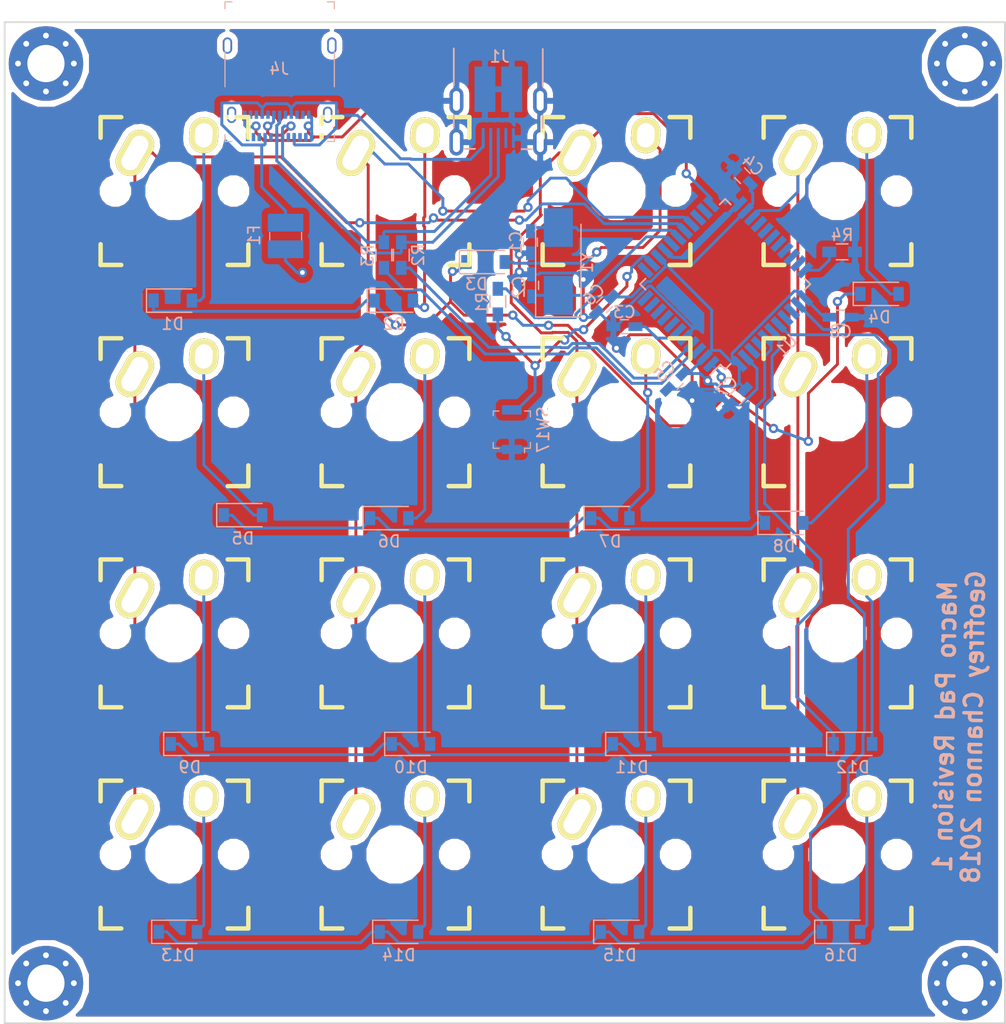
<source format=kicad_pcb>
(kicad_pcb (version 20171130) (host pcbnew "(2018-02-05 revision d1a45d147)-makepkg")
  (layers (0 F.Cu signal) (31 B.Cu signal) (34 B.Paste user) (35 F.Paste user) (36 B.SilkS user) (37 F.SilkS user) (38 B.Mask user) (39 F.Mask user) (44 Edge.Cuts user))
  (net 0 "")
  (net 1 /COL_0)
  (net 2 "Net-(D1-Pad2)")
  (net 3 "Net-(D2-Pad2)")
  (net 4 "Net-(D3-Pad2)")
  (net 5 "Net-(D4-Pad2)")
  (net 6 "Net-(D5-Pad2)")
  (net 7 "Net-(D6-Pad2)")
  (net 8 /COL_1)
  (net 9 "Net-(D7-Pad2)")
  (net 10 "Net-(D8-Pad2)")
  (net 11 "Net-(D9-Pad2)")
  (net 12 "Net-(D10-Pad2)")
  (net 13 /COL_2)
  (net 14 "Net-(D11-Pad2)")
  (net 15 "Net-(D12-Pad2)")
  (net 16 "Net-(D13-Pad2)")
  (net 17 "Net-(D14-Pad2)")
  (net 18 "Net-(D15-Pad2)")
  (net 19 "Net-(D16-Pad2)")
  (net 20 /COL_3)
  (net 21 /ROW_0)
  (net 22 /ROW_1)
  (net 23 /ROW_2)
  (net 24 /ROW_3)
  (net 25 GND)
  (net 26 "Net-(C1-Pad1)")
  (net 27 "Net-(C2-Pad1)")
  (net 28 "Net-(C3-Pad1)")
  (net 29 VCC)
  (net 30 "Net-(R1-Pad1)")
  (net 31 "Net-(R2-Pad1)")
  (net 32 "Net-(R3-Pad1)")
  (net 33 "Net-(R4-Pad2)")
  (net 34 USB_A_D+)
  (net 35 USB_A_D-)
  (net 36 /RAW_VCC)
  (module Mounting_Holes:MountingHole_3.2mm_M3_Pad_Via (layer F.Cu) (at 77.45 87.05)
    (fp_text reference REF** hide)
    (fp_text value MountingHole_3.2mm_M3_Pad_Via)
    (pad 1 thru_hole circle (at 1.697056 -1.697056) (size 0.8 0.8) (drill 0.5) (layers *.Cu *.Mask))
    (pad 1 thru_hole circle (at 0 -2.4) (size 0.8 0.8) (drill 0.5) (layers *.Cu *.Mask))
    (pad 1 thru_hole circle (at -1.697056 -1.697056) (size 0.8 0.8) (drill 0.5) (layers *.Cu *.Mask))
    (pad 1 thru_hole circle (at -2.4 0) (size 0.8 0.8) (drill 0.5) (layers *.Cu *.Mask))
    (pad 1 thru_hole circle (at -1.697056 1.697056) (size 0.8 0.8) (drill 0.5) (layers *.Cu *.Mask))
    (pad 1 thru_hole circle (at 0 2.4) (size 0.8 0.8) (drill 0.5) (layers *.Cu *.Mask))
    (pad 1 thru_hole circle (at 1.697056 1.697056) (size 0.8 0.8) (drill 0.5) (layers *.Cu *.Mask))
    (pad 1 thru_hole circle (at 2.4 0) (size 0.8 0.8) (drill 0.5) (layers *.Cu *.Mask))
    (pad 1 thru_hole circle (at 0 0) (size 6.4 6.4) (drill 3.2) (layers *.Cu *.Mask))
  )
  (module Mounting_Holes:MountingHole_3.2mm_M3_Pad_Via (layer F.Cu) (at -1.55 87.05)
    (fp_text reference REF** hide)
    (fp_text value MountingHole_3.2mm_M3_Pad_Via)
    (pad 1 thru_hole circle (at 1.697056 -1.697056) (size 0.8 0.8) (drill 0.5) (layers *.Cu *.Mask))
    (pad 1 thru_hole circle (at 0 -2.4) (size 0.8 0.8) (drill 0.5) (layers *.Cu *.Mask))
    (pad 1 thru_hole circle (at -1.697056 -1.697056) (size 0.8 0.8) (drill 0.5) (layers *.Cu *.Mask))
    (pad 1 thru_hole circle (at -2.4 0) (size 0.8 0.8) (drill 0.5) (layers *.Cu *.Mask))
    (pad 1 thru_hole circle (at -1.697056 1.697056) (size 0.8 0.8) (drill 0.5) (layers *.Cu *.Mask))
    (pad 1 thru_hole circle (at 0 2.4) (size 0.8 0.8) (drill 0.5) (layers *.Cu *.Mask))
    (pad 1 thru_hole circle (at 1.697056 1.697056) (size 0.8 0.8) (drill 0.5) (layers *.Cu *.Mask))
    (pad 1 thru_hole circle (at 2.4 0) (size 0.8 0.8) (drill 0.5) (layers *.Cu *.Mask))
    (pad 1 thru_hole circle (at 0 0) (size 6.4 6.4) (drill 3.2) (layers *.Cu *.Mask))
  )
  (module Mounting_Holes:MountingHole_3.2mm_M3_Pad_Via (layer F.Cu) (at 77.45 8.05)
    (fp_text reference REF** hide)
    (fp_text value MountingHole_3.2mm_M3_Pad_Via)
    (pad 1 thru_hole circle (at 1.697056 -1.697056) (size 0.8 0.8) (drill 0.5) (layers *.Cu *.Mask))
    (pad 1 thru_hole circle (at 0 -2.4) (size 0.8 0.8) (drill 0.5) (layers *.Cu *.Mask))
    (pad 1 thru_hole circle (at -1.697056 -1.697056) (size 0.8 0.8) (drill 0.5) (layers *.Cu *.Mask))
    (pad 1 thru_hole circle (at -2.4 0) (size 0.8 0.8) (drill 0.5) (layers *.Cu *.Mask))
    (pad 1 thru_hole circle (at -1.697056 1.697056) (size 0.8 0.8) (drill 0.5) (layers *.Cu *.Mask))
    (pad 1 thru_hole circle (at 0 2.4) (size 0.8 0.8) (drill 0.5) (layers *.Cu *.Mask))
    (pad 1 thru_hole circle (at 1.697056 1.697056) (size 0.8 0.8) (drill 0.5) (layers *.Cu *.Mask))
    (pad 1 thru_hole circle (at 2.4 0) (size 0.8 0.8) (drill 0.5) (layers *.Cu *.Mask))
    (pad 1 thru_hole circle (at 0 0) (size 6.4 6.4) (drill 3.2) (layers *.Cu *.Mask))
  )
  (module Crystals:Crystal_SMD_0603-2pin_6.0x3.5mm_HandSoldering (layer B.Cu) (at 42.5 25.05 90)
    (fp_text reference Y1 (at -0.096 2.458 90) (layer B.SilkS) (effects (justify mirror)))
    (fp_text value 16MHz)
    (pad 2 smd rect (at 2.912501 0 90) (size 3.325 2.5) (layers B.Cu B.Paste B.Mask) (net 26 "Net-(C1-Pad1)"))
    (pad 1 smd rect (at -2.912501 0 90) (size 3.325 2.5) (layers B.Cu B.Paste B.Mask) (net 27 "Net-(C2-Pad1)"))
  )
  (module Diodes_SMD:D_SOD-123 (layer B.Cu) (at 36.25 25.1)
    (fp_text reference D3 (at -0.8 1.9) (layer B.SilkS) (effects (justify mirror)))
    (fp_text value D)
    (pad 1 smd rect (at -1.65 0) (size 0.9 1.2) (layers B.Cu B.Paste B.Mask) (net 1 /COL_0))
    (pad 2 smd rect (at 1.65 0) (size 0.9 1.2) (layers B.Cu B.Paste B.Mask) (net 4 "Net-(D3-Pad2)"))
  )
  (module Resistors_SMD:R_0603_HandSoldering (layer B.Cu) (at 37.3 28.499999 90)
    (fp_text reference R1 (at -0.150001 -1.35 90) (layer B.SilkS) (effects (justify mirror)))
    (fp_text value 10k)
    (pad 1 smd rect (at -1.099999 0 90) (size 1.2 0.9) (layers B.Cu B.Paste B.Mask) (net 30 "Net-(R1-Pad1)"))
    (pad 2 smd rect (at 1.099999 0 90) (size 1.2 0.9) (layers B.Cu B.Paste B.Mask) (net 29 VCC))
  )
  (module keebs:Mx_Alps_100 (layer F.Cu) (at 28.5 19)
    (fp_text reference SW2 hide)
    (fp_text value SW_Push hide)
    (pad HOLE np_thru_hole circle (at 0 0) (size 3.9878 3.9878) (drill 3.9878) (layers *.Cu))
    (pad HOLE np_thru_hole circle (at -5.08 0) (size 1.7018 1.7018) (drill 1.7018) (layers *.Cu))
    (pad HOLE np_thru_hole circle (at 5.08 0) (size 1.7018 1.7018) (drill 1.7018) (layers *.Cu))
    (pad 1 thru_hole oval (at -3.405 -3.27 330.95) (size 2.5 4.17) (drill oval 1.5 3.17) (layers *.Cu *.Mask F.SilkS) (net 22 /ROW_1))
    (pad 2 thru_hole oval (at 2.52 -4.79 356.1) (size 2.5 3.08) (drill oval 1.5 2.08) (layers *.Cu *.Mask F.SilkS) (net 3 "Net-(D2-Pad2)"))
  )
  (module digikey-footprints:USB_Micro_B_Male_UJ2-MIBH-4-SMT-TR (layer B.Cu) (at 37.338 6.604 270)
    (fp_text reference J1 (at 0.846 -0.112 180) (layer B.SilkS) (effects (justify mirror)))
    (fp_text value UJ2-MIBH-4-SMT-TR)
    (pad 5 smd rect (at 3.65 1.15 270) (size 3.9 1.8) (layers B.Cu B.Paste B.Mask) (net 25 GND))
    (pad 5 smd rect (at 3.65 -1.15 270) (size 3.9 1.8) (layers B.Cu B.Paste B.Mask) (net 25 GND))
    (pad 5 thru_hole oval (at 4.65 3.6 270) (size 2.3 1.2) (drill oval 1.7 0.6) (layers *.Cu *.Mask) (net 25 GND))
    (pad 5 thru_hole oval (at 8.2 3.6 270) (size 2.3 1.2) (drill oval 1.7 0.6) (layers *.Cu *.Mask) (net 25 GND))
    (pad 5 thru_hole oval (at 4.65 -3.6 270) (size 2.3 1.2) (drill oval 1.7 0.6) (layers *.Cu *.Mask) (net 25 GND))
    (pad 5 thru_hole oval (at 8.2 -3.6 270) (size 2.3 1.2) (drill oval 1.7 0.6) (layers *.Cu *.Mask) (net 25 GND))
    (pad 1 smd rect (at 7.85 1.3 270) (size 1.7 0.25) (layers B.Cu B.Paste B.Mask) (net 36 /RAW_VCC))
    (pad 2 smd rect (at 7.85 0.65 270) (size 1.7 0.25) (layers B.Cu B.Paste B.Mask) (net 35 USB_A_D-))
    (pad 3 smd rect (at 7.85 0 270) (size 1.7 0.25) (layers B.Cu B.Paste B.Mask) (net 34 USB_A_D+))
    (pad 4 smd rect (at 7.85 -0.65 270) (size 1.7 0.25) (layers B.Cu B.Paste B.Mask))
    (pad 5 smd rect (at 7.85 -1.3 270) (size 1.7 0.25) (layers B.Cu B.Paste B.Mask) (net 25 GND))
  )
  (module keebs:Mx_Alps_100 (layer F.Cu) (at 28.5 38)
    (fp_text reference SW6 hide)
    (fp_text value SW_Push hide)
    (pad HOLE np_thru_hole circle (at 0 0) (size 3.9878 3.9878) (drill 3.9878) (layers *.Cu))
    (pad HOLE np_thru_hole circle (at -5.08 0) (size 1.7018 1.7018) (drill 1.7018) (layers *.Cu))
    (pad HOLE np_thru_hole circle (at 5.08 0) (size 1.7018 1.7018) (drill 1.7018) (layers *.Cu))
    (pad 1 thru_hole oval (at -3.405 -3.27 330.95) (size 2.5 4.17) (drill oval 1.5 3.17) (layers *.Cu *.Mask F.SilkS) (net 22 /ROW_1))
    (pad 2 thru_hole oval (at 2.52 -4.79 356.1) (size 2.5 3.08) (drill oval 1.5 2.08) (layers *.Cu *.Mask F.SilkS) (net 7 "Net-(D6-Pad2)"))
  )
  (module keebs:Mx_Alps_100 (layer F.Cu) (at 47.5 38)
    (fp_text reference SW7 hide)
    (fp_text value SW_Push hide)
    (pad HOLE np_thru_hole circle (at 0 0) (size 3.9878 3.9878) (drill 3.9878) (layers *.Cu))
    (pad HOLE np_thru_hole circle (at -5.08 0) (size 1.7018 1.7018) (drill 1.7018) (layers *.Cu))
    (pad HOLE np_thru_hole circle (at 5.08 0) (size 1.7018 1.7018) (drill 1.7018) (layers *.Cu))
    (pad 1 thru_hole oval (at -3.405 -3.27 330.95) (size 2.5 4.17) (drill oval 1.5 3.17) (layers *.Cu *.Mask F.SilkS) (net 23 /ROW_2))
    (pad 2 thru_hole oval (at 2.52 -4.79 356.1) (size 2.5 3.08) (drill oval 1.5 2.08) (layers *.Cu *.Mask F.SilkS) (net 9 "Net-(D7-Pad2)"))
  )
  (module keebs:Mx_Alps_100 (layer F.Cu) (at 9.5 57)
    (fp_text reference SW9 hide)
    (fp_text value SW_Push hide)
    (pad HOLE np_thru_hole circle (at 0 0) (size 3.9878 3.9878) (drill 3.9878) (layers *.Cu))
    (pad HOLE np_thru_hole circle (at -5.08 0) (size 1.7018 1.7018) (drill 1.7018) (layers *.Cu))
    (pad HOLE np_thru_hole circle (at 5.08 0) (size 1.7018 1.7018) (drill 1.7018) (layers *.Cu))
    (pad 1 thru_hole oval (at -3.405 -3.27 330.95) (size 2.5 4.17) (drill oval 1.5 3.17) (layers *.Cu *.Mask F.SilkS) (net 21 /ROW_0))
    (pad 2 thru_hole oval (at 2.52 -4.79 356.1) (size 2.5 3.08) (drill oval 1.5 2.08) (layers *.Cu *.Mask F.SilkS) (net 11 "Net-(D9-Pad2)"))
  )
  (module keebs:Mx_Alps_100 (layer F.Cu) (at 47.5 57)
    (fp_text reference SW11 hide)
    (fp_text value SW_Push hide)
    (pad HOLE np_thru_hole circle (at 0 0) (size 3.9878 3.9878) (drill 3.9878) (layers *.Cu))
    (pad HOLE np_thru_hole circle (at -5.08 0) (size 1.7018 1.7018) (drill 1.7018) (layers *.Cu))
    (pad HOLE np_thru_hole circle (at 5.08 0) (size 1.7018 1.7018) (drill 1.7018) (layers *.Cu))
    (pad 1 thru_hole oval (at -3.405 -3.27 330.95) (size 2.5 4.17) (drill oval 1.5 3.17) (layers *.Cu *.Mask F.SilkS) (net 23 /ROW_2))
    (pad 2 thru_hole oval (at 2.52 -4.79 356.1) (size 2.5 3.08) (drill oval 1.5 2.08) (layers *.Cu *.Mask F.SilkS) (net 14 "Net-(D11-Pad2)"))
  )
  (module keebs:Mx_Alps_100 (layer F.Cu) (at 66.5 57)
    (fp_text reference SW12 hide)
    (fp_text value SW_Push hide)
    (pad 2 thru_hole oval (at 2.52 -4.79 356.1) (size 2.5 3.08) (drill oval 1.5 2.08) (layers *.Cu *.Mask F.SilkS) (net 15 "Net-(D12-Pad2)"))
    (pad 1 thru_hole oval (at -3.405 -3.27 330.95) (size 2.5 4.17) (drill oval 1.5 3.17) (layers *.Cu *.Mask F.SilkS) (net 24 /ROW_3))
    (pad HOLE np_thru_hole circle (at 5.08 0) (size 1.7018 1.7018) (drill 1.7018) (layers *.Cu))
    (pad HOLE np_thru_hole circle (at -5.08 0) (size 1.7018 1.7018) (drill 1.7018) (layers *.Cu))
    (pad HOLE np_thru_hole circle (at 0 0) (size 3.9878 3.9878) (drill 3.9878) (layers *.Cu))
  )
  (module keebs:Mx_Alps_100 (layer F.Cu) (at 66.5 19)
    (fp_text reference SW4 hide)
    (fp_text value SW_Push hide)
    (pad HOLE np_thru_hole circle (at 0 0) (size 3.9878 3.9878) (drill 3.9878) (layers *.Cu))
    (pad HOLE np_thru_hole circle (at -5.08 0) (size 1.7018 1.7018) (drill 1.7018) (layers *.Cu))
    (pad HOLE np_thru_hole circle (at 5.08 0) (size 1.7018 1.7018) (drill 1.7018) (layers *.Cu))
    (pad 1 thru_hole oval (at -3.405 -3.27 330.95) (size 2.5 4.17) (drill oval 1.5 3.17) (layers *.Cu *.Mask F.SilkS) (net 24 /ROW_3))
    (pad 2 thru_hole oval (at 2.52 -4.79 356.1) (size 2.5 3.08) (drill oval 1.5 2.08) (layers *.Cu *.Mask F.SilkS) (net 5 "Net-(D4-Pad2)"))
  )
  (module keebs:Mx_Alps_100 (layer F.Cu) (at 9.5 76)
    (fp_text reference SW13 hide)
    (fp_text value SW_Push hide)
    (pad HOLE np_thru_hole circle (at 0 0) (size 3.9878 3.9878) (drill 3.9878) (layers *.Cu))
    (pad HOLE np_thru_hole circle (at -5.08 0) (size 1.7018 1.7018) (drill 1.7018) (layers *.Cu))
    (pad HOLE np_thru_hole circle (at 5.08 0) (size 1.7018 1.7018) (drill 1.7018) (layers *.Cu))
    (pad 1 thru_hole oval (at -3.405 -3.27 330.95) (size 2.5 4.17) (drill oval 1.5 3.17) (layers *.Cu *.Mask F.SilkS) (net 21 /ROW_0))
    (pad 2 thru_hole oval (at 2.52 -4.79 356.1) (size 2.5 3.08) (drill oval 1.5 2.08) (layers *.Cu *.Mask F.SilkS) (net 16 "Net-(D13-Pad2)"))
  )
  (module keebs:Mx_Alps_100 (layer F.Cu) (at 66.5 76)
    (fp_text reference SW16 hide)
    (fp_text value SW_Push hide)
    (pad HOLE np_thru_hole circle (at 0 0) (size 3.9878 3.9878) (drill 3.9878) (layers *.Cu))
    (pad HOLE np_thru_hole circle (at -5.08 0) (size 1.7018 1.7018) (drill 1.7018) (layers *.Cu))
    (pad HOLE np_thru_hole circle (at 5.08 0) (size 1.7018 1.7018) (drill 1.7018) (layers *.Cu))
    (pad 1 thru_hole oval (at -3.405 -3.27 330.95) (size 2.5 4.17) (drill oval 1.5 3.17) (layers *.Cu *.Mask F.SilkS) (net 24 /ROW_3))
    (pad 2 thru_hole oval (at 2.52 -4.79 356.1) (size 2.5 3.08) (drill oval 1.5 2.08) (layers *.Cu *.Mask F.SilkS) (net 19 "Net-(D16-Pad2)"))
  )
  (module keebs:Mx_Alps_100 (layer F.Cu) (at 47.5 19)
    (fp_text reference SW3 hide)
    (fp_text value SW_Push hide)
    (pad HOLE np_thru_hole circle (at 0 0) (size 3.9878 3.9878) (drill 3.9878) (layers *.Cu))
    (pad HOLE np_thru_hole circle (at -5.08 0) (size 1.7018 1.7018) (drill 1.7018) (layers *.Cu))
    (pad HOLE np_thru_hole circle (at 5.08 0) (size 1.7018 1.7018) (drill 1.7018) (layers *.Cu))
    (pad 1 thru_hole oval (at -3.405 -3.27 330.95) (size 2.5 4.17) (drill oval 1.5 3.17) (layers *.Cu *.Mask F.SilkS) (net 23 /ROW_2))
    (pad 2 thru_hole oval (at 2.52 -4.79 356.1) (size 2.5 3.08) (drill oval 1.5 2.08) (layers *.Cu *.Mask F.SilkS) (net 4 "Net-(D3-Pad2)"))
  )
  (module keebs:Mx_Alps_100 (layer F.Cu) (at 9.5 19)
    (fp_text reference SW1 hide)
    (fp_text value SW_Push hide)
    (pad HOLE np_thru_hole circle (at 0 0) (size 3.9878 3.9878) (drill 3.9878) (layers *.Cu))
    (pad HOLE np_thru_hole circle (at -5.08 0) (size 1.7018 1.7018) (drill 1.7018) (layers *.Cu))
    (pad HOLE np_thru_hole circle (at 5.08 0) (size 1.7018 1.7018) (drill 1.7018) (layers *.Cu))
    (pad 1 thru_hole oval (at -3.405 -3.27 330.95) (size 2.5 4.17) (drill oval 1.5 3.17) (layers *.Cu *.Mask F.SilkS) (net 21 /ROW_0))
    (pad 2 thru_hole oval (at 2.52 -4.79 356.1) (size 2.5 3.08) (drill oval 1.5 2.08) (layers *.Cu *.Mask F.SilkS) (net 2 "Net-(D1-Pad2)"))
  )
  (module Capacitors_SMD:C_0603_HandSoldering (layer B.Cu) (at 40.1 23.4 270)
    (fp_text reference C1 (at 0 1.25 270) (layer B.SilkS) (effects (justify mirror)))
    (fp_text value 18pF)
    (pad 2 smd rect (at 0.949999 0 270) (size 1.2 0.75) (layers B.Cu B.Paste B.Mask) (net 25 GND))
    (pad 1 smd rect (at -0.949999 0 270) (size 1.2 0.75) (layers B.Cu B.Paste B.Mask) (net 26 "Net-(C1-Pad1)"))
  )
  (module Capacitors_SMD:C_0603_HandSoldering (layer B.Cu) (at 40.2 27.1 90)
    (fp_text reference C2 (at -0.15 -1.1 90) (layer B.SilkS) (effects (justify mirror)))
    (fp_text value 18pF)
    (pad 1 smd rect (at -0.949999 0 90) (size 1.2 0.75) (layers B.Cu B.Paste B.Mask) (net 27 "Net-(C2-Pad1)"))
    (pad 2 smd rect (at 0.949999 0 90) (size 1.2 0.75) (layers B.Cu B.Paste B.Mask) (net 25 GND))
  )
  (module Capacitors_SMD:C_0603_HandSoldering (layer B.Cu) (at 48.17872 30.65272 180)
    (fp_text reference C3 (at 0 1.25 180) (layer B.SilkS) (effects (justify mirror)))
    (fp_text value 0.1uF)
    (pad 1 smd rect (at -0.95 0 180) (size 1.2 0.75) (layers B.Cu B.Paste B.Mask) (net 28 "Net-(C3-Pad1)"))
    (pad 2 smd rect (at 0.95 0 180) (size 1.2 0.75) (layers B.Cu B.Paste B.Mask) (net 25 GND))
  )
  (module Capacitors_SMD:C_0603_HandSoldering (layer B.Cu) (at 58.33364 17.6784 135)
    (fp_text reference C4 (at 0 1.25 135) (layer B.SilkS) (effects (justify mirror)))
    (fp_text value 0.1uF)
    (pad 2 smd rect (at 0.949999 0 135) (size 1.2 0.75) (layers B.Cu B.Paste B.Mask) (net 25 GND))
    (pad 1 smd rect (at -0.949999 0 135) (size 1.2 0.75) (layers B.Cu B.Paste B.Mask) (net 29 VCC))
  )
  (module Capacitors_SMD:C_0603_HandSoldering (layer B.Cu) (at 52.5526 35.35172 225)
    (fp_text reference C5 (at 0 1.25 225) (layer B.SilkS) (effects (justify mirror)))
    (fp_text value 0.1uF)
    (pad 1 smd rect (at -0.949999 0 225) (size 1.2 0.75) (layers B.Cu B.Paste B.Mask) (net 29 VCC))
    (pad 2 smd rect (at 0.949999 0 225) (size 1.2 0.75) (layers B.Cu B.Paste B.Mask) (net 25 GND))
  )
  (module Capacitors_SMD:C_0603_HandSoldering (layer B.Cu) (at 46.4566 28.77312 225)
    (fp_text reference C6 (at 0 1.25 225) (layer B.SilkS) (effects (justify mirror)))
    (fp_text value 0.1uF)
    (pad 2 smd rect (at 0.949999 0 225) (size 1.2 0.75) (layers B.Cu B.Paste B.Mask) (net 25 GND))
    (pad 1 smd rect (at -0.949999 0 225) (size 1.2 0.75) (layers B.Cu B.Paste B.Mask) (net 29 VCC))
  )
  (module Capacitors_SMD:C_0603_HandSoldering (layer B.Cu) (at 57.89676 36.69284 225)
    (fp_text reference C7 (at 0 1.25 225) (layer B.SilkS) (effects (justify mirror)))
    (fp_text value 0.1uF)
    (pad 1 smd rect (at -0.949999 0 225) (size 1.2 0.75) (layers B.Cu B.Paste B.Mask) (net 29 VCC))
    (pad 2 smd rect (at 0.949999 0 225) (size 1.2 0.75) (layers B.Cu B.Paste B.Mask) (net 25 GND))
  )
  (module Capacitors_SMD:C_0603_HandSoldering (layer B.Cu) (at 66.77152 29.83992)
    (fp_text reference C8 (at 0 1.25) (layer B.SilkS) (effects (justify mirror)))
    (fp_text value 0.1uF)
    (pad 2 smd rect (at 0.95 0) (size 1.2 0.75) (layers B.Cu B.Paste B.Mask) (net 25 GND))
    (pad 1 smd rect (at -0.95 0) (size 1.2 0.75) (layers B.Cu B.Paste B.Mask) (net 29 VCC))
  )
  (module Resistors_SMD:R_0603_HandSoldering (layer B.Cu) (at 29 24.5 90)
    (fp_text reference R2 (at 0 1.45 90) (layer B.SilkS) (effects (justify mirror)))
    (fp_text value 22)
    (pad 1 smd rect (at -1.1 0 90) (size 1.2 0.9) (layers B.Cu B.Paste B.Mask) (net 31 "Net-(R2-Pad1)"))
    (pad 2 smd rect (at 1.1 0 90) (size 1.2 0.9) (layers B.Cu B.Paste B.Mask) (net 34 USB_A_D+))
  )
  (module Resistors_SMD:R_0603_HandSoldering (layer B.Cu) (at 27.5 24.5 90)
    (fp_text reference R3 (at -0.05 -1.4 90) (layer B.SilkS) (effects (justify mirror)))
    (fp_text value 22)
    (pad 2 smd rect (at 1.1 0 90) (size 1.2 0.9) (layers B.Cu B.Paste B.Mask) (net 35 USB_A_D-))
    (pad 1 smd rect (at -1.1 0 90) (size 1.2 0.9) (layers B.Cu B.Paste B.Mask) (net 32 "Net-(R3-Pad1)"))
  )
  (module Resistors_SMD:R_0603_HandSoldering (layer B.Cu) (at 66.89852 24.22652 180)
    (fp_text reference R4 (at 0 1.45 180) (layer B.SilkS) (effects (justify mirror)))
    (fp_text value 10k)
    (pad 1 smd rect (at -1.1 0 180) (size 1.2 0.9) (layers B.Cu B.Paste B.Mask) (net 25 GND))
    (pad 2 smd rect (at 1.1 0 180) (size 1.2 0.9) (layers B.Cu B.Paste B.Mask) (net 33 "Net-(R4-Pad2)"))
  )
  (module Housings_QFP:TQFP-44_10x10mm_Pitch0.8mm (layer B.Cu) (at 56.8452 27.0002 45)
    (fp_text reference U1 (at 0 7.45 45) (layer B.SilkS) (effects (justify mirror)))
    (fp_text value ATmega32U4)
    (pad 44 smd rect (at -4 5.7 315) (size 1.5 0.55) (layers B.Cu B.Paste B.Mask) (net 29 VCC))
    (pad 43 smd rect (at -3.2 5.7 315) (size 1.5 0.55) (layers B.Cu B.Paste B.Mask) (net 25 GND))
    (pad 42 smd rect (at -2.4 5.7 315) (size 1.5 0.55) (layers B.Cu B.Paste B.Mask))
    (pad 41 smd rect (at -1.6 5.7 315) (size 1.5 0.55) (layers B.Cu B.Paste B.Mask))
    (pad 40 smd rect (at -0.8 5.7 315) (size 1.5 0.55) (layers B.Cu B.Paste B.Mask) (net 8 /COL_1))
    (pad 39 smd rect (at 0 5.7 315) (size 1.5 0.55) (layers B.Cu B.Paste B.Mask) (net 13 /COL_2))
    (pad 38 smd rect (at 0.8 5.7 315) (size 1.5 0.55) (layers B.Cu B.Paste B.Mask) (net 20 /COL_3))
    (pad 37 smd rect (at 1.6 5.7 315) (size 1.5 0.55) (layers B.Cu B.Paste B.Mask))
    (pad 36 smd rect (at 2.4 5.7 315) (size 1.5 0.55) (layers B.Cu B.Paste B.Mask))
    (pad 35 smd rect (at 3.2 5.7 315) (size 1.5 0.55) (layers B.Cu B.Paste B.Mask) (net 25 GND))
    (pad 34 smd rect (at 4 5.7 315) (size 1.5 0.55) (layers B.Cu B.Paste B.Mask) (net 29 VCC))
    (pad 33 smd rect (at 5.7 4 45) (size 1.5 0.55) (layers B.Cu B.Paste B.Mask) (net 33 "Net-(R4-Pad2)"))
    (pad 32 smd rect (at 5.7 3.2 45) (size 1.5 0.55) (layers B.Cu B.Paste B.Mask))
    (pad 31 smd rect (at 5.7 2.4 45) (size 1.5 0.55) (layers B.Cu B.Paste B.Mask))
    (pad 30 smd rect (at 5.7 1.6 45) (size 1.5 0.55) (layers B.Cu B.Paste B.Mask))
    (pad 29 smd rect (at 5.7 0.8 45) (size 1.5 0.55) (layers B.Cu B.Paste B.Mask))
    (pad 28 smd rect (at 5.7 0 45) (size 1.5 0.55) (layers B.Cu B.Paste B.Mask))
    (pad 27 smd rect (at 5.7 -0.8 45) (size 1.5 0.55) (layers B.Cu B.Paste B.Mask))
    (pad 26 smd rect (at 5.7 -1.6 45) (size 1.5 0.55) (layers B.Cu B.Paste B.Mask))
    (pad 25 smd rect (at 5.7 -2.4 45) (size 1.5 0.55) (layers B.Cu B.Paste B.Mask) (net 24 /ROW_3))
    (pad 24 smd rect (at 5.7 -3.2 45) (size 1.5 0.55) (layers B.Cu B.Paste B.Mask) (net 29 VCC))
    (pad 23 smd rect (at 5.7 -4 45) (size 1.5 0.55) (layers B.Cu B.Paste B.Mask) (net 25 GND))
    (pad 22 smd rect (at 4 -5.7 315) (size 1.5 0.55) (layers B.Cu B.Paste B.Mask) (net 23 /ROW_2))
    (pad 21 smd rect (at 3.2 -5.7 315) (size 1.5 0.55) (layers B.Cu B.Paste B.Mask))
    (pad 20 smd rect (at 2.4 -5.7 315) (size 1.5 0.55) (layers B.Cu B.Paste B.Mask))
    (pad 19 smd rect (at 1.6 -5.7 315) (size 1.5 0.55) (layers B.Cu B.Paste B.Mask) (net 22 /ROW_1))
    (pad 18 smd rect (at 0.8 -5.7 315) (size 1.5 0.55) (layers B.Cu B.Paste B.Mask) (net 21 /ROW_0))
    (pad 17 smd rect (at 0 -5.7 315) (size 1.5 0.55) (layers B.Cu B.Paste B.Mask) (net 26 "Net-(C1-Pad1)"))
    (pad 16 smd rect (at -0.8 -5.7 315) (size 1.5 0.55) (layers B.Cu B.Paste B.Mask) (net 27 "Net-(C2-Pad1)"))
    (pad 15 smd rect (at -1.6 -5.7 315) (size 1.5 0.55) (layers B.Cu B.Paste B.Mask) (net 25 GND))
    (pad 14 smd rect (at -2.4 -5.7 315) (size 1.5 0.55) (layers B.Cu B.Paste B.Mask) (net 29 VCC))
    (pad 13 smd rect (at -3.2 -5.7 315) (size 1.5 0.55) (layers B.Cu B.Paste B.Mask) (net 30 "Net-(R1-Pad1)"))
    (pad 12 smd rect (at -4 -5.7 315) (size 1.5 0.55) (layers B.Cu B.Paste B.Mask))
    (pad 11 smd rect (at -5.7 -4 45) (size 1.5 0.55) (layers B.Cu B.Paste B.Mask))
    (pad 10 smd rect (at -5.7 -3.2 45) (size 1.5 0.55) (layers B.Cu B.Paste B.Mask))
    (pad 9 smd rect (at -5.7 -2.4 45) (size 1.5 0.55) (layers B.Cu B.Paste B.Mask))
    (pad 8 smd rect (at -5.7 -1.6 45) (size 1.5 0.55) (layers B.Cu B.Paste B.Mask))
    (pad 7 smd rect (at -5.7 -0.8 45) (size 1.5 0.55) (layers B.Cu B.Paste B.Mask))
    (pad 6 smd rect (at -5.7 0 45) (size 1.5 0.55) (layers B.Cu B.Paste B.Mask) (net 28 "Net-(C3-Pad1)"))
    (pad 5 smd rect (at -5.7 0.8 45) (size 1.5 0.55) (layers B.Cu B.Paste B.Mask) (net 25 GND))
    (pad 4 smd rect (at -5.7 1.6 45) (size 1.5 0.55) (layers B.Cu B.Paste B.Mask) (net 31 "Net-(R2-Pad1)"))
    (pad 3 smd rect (at -5.7 2.4 45) (size 1.5 0.55) (layers B.Cu B.Paste B.Mask) (net 32 "Net-(R3-Pad1)"))
    (pad 2 smd rect (at -5.7 3.2 45) (size 1.5 0.55) (layers B.Cu B.Paste B.Mask) (net 29 VCC))
    (pad 1 smd rect (at -5.7 4 45) (size 1.5 0.55) (layers B.Cu B.Paste B.Mask) (net 1 /COL_0))
  )
  (module Diodes_SMD:D_SOD-123 (layer B.Cu) (at 9.345907 28.413457)
    (fp_text reference D1 (at 0 2) (layer B.SilkS) (effects (justify mirror)))
    (fp_text value D)
    (pad 1 smd rect (at -1.65 0) (size 0.9 1.2) (layers B.Cu B.Paste B.Mask) (net 1 /COL_0))
    (pad 2 smd rect (at 1.65 0) (size 0.9 1.2) (layers B.Cu B.Paste B.Mask) (net 2 "Net-(D1-Pad2)"))
  )
  (module Diodes_SMD:D_SOD-123 (layer B.Cu) (at 28.345907 28.413457)
    (fp_text reference D2 (at 0 2) (layer B.SilkS) (effects (justify mirror)))
    (fp_text value D)
    (pad 1 smd rect (at -1.65 0) (size 0.9 1.2) (layers B.Cu B.Paste B.Mask) (net 1 /COL_0))
    (pad 2 smd rect (at 1.65 0) (size 0.9 1.2) (layers B.Cu B.Paste B.Mask) (net 3 "Net-(D2-Pad2)"))
  )
  (module Diodes_SMD:D_SOD-123 (layer B.Cu) (at 70.104 27.8384)
    (fp_text reference D4 (at 0 2) (layer B.SilkS) (effects (justify mirror)))
    (fp_text value D)
    (pad 1 smd rect (at -1.65 0) (size 0.9 1.2) (layers B.Cu B.Paste B.Mask) (net 1 /COL_0))
    (pad 2 smd rect (at 1.65 0) (size 0.9 1.2) (layers B.Cu B.Paste B.Mask) (net 5 "Net-(D4-Pad2)"))
  )
  (module Diodes_SMD:D_SOD-123 (layer B.Cu) (at 27.959048 47.098643)
    (fp_text reference D6 (at 0 2) (layer B.SilkS) (effects (justify mirror)))
    (fp_text value D)
    (pad 2 smd rect (at 1.65 0) (size 0.9 1.2) (layers B.Cu B.Paste B.Mask) (net 7 "Net-(D6-Pad2)"))
    (pad 1 smd rect (at -1.65 0) (size 0.9 1.2) (layers B.Cu B.Paste B.Mask) (net 8 /COL_1))
  )
  (module Diodes_SMD:D_SOD-123 (layer B.Cu) (at 46.959048 47.098643)
    (fp_text reference D7 (at 0 2) (layer B.SilkS) (effects (justify mirror)))
    (fp_text value D)
    (pad 2 smd rect (at 1.65 0) (size 0.9 1.2) (layers B.Cu B.Paste B.Mask) (net 9 "Net-(D7-Pad2)"))
    (pad 1 smd rect (at -1.65 0) (size 0.9 1.2) (layers B.Cu B.Paste B.Mask) (net 8 /COL_1))
  )
  (module Diodes_SMD:D_SOD-123 (layer B.Cu) (at 61.909048 47.508643)
    (fp_text reference D8 (at 0 2) (layer B.SilkS) (effects (justify mirror)))
    (fp_text value D)
    (pad 2 smd rect (at 1.65 0) (size 0.9 1.2) (layers B.Cu B.Paste B.Mask) (net 10 "Net-(D8-Pad2)"))
    (pad 1 smd rect (at -1.65 0) (size 0.9 1.2) (layers B.Cu B.Paste B.Mask) (net 8 /COL_1))
  )
  (module Diodes_SMD:D_SOD-123 (layer B.Cu) (at 10.821409 66.495029)
    (fp_text reference D9 (at 0 2) (layer B.SilkS) (effects (justify mirror)))
    (fp_text value D)
    (pad 1 smd rect (at -1.65 0) (size 0.9 1.2) (layers B.Cu B.Paste B.Mask) (net 13 /COL_2))
    (pad 2 smd rect (at 1.65 0) (size 0.9 1.2) (layers B.Cu B.Paste B.Mask) (net 11 "Net-(D9-Pad2)"))
  )
  (module Diodes_SMD:D_SOD-123 (layer B.Cu) (at 48.821409 66.495029)
    (fp_text reference D11 (at 0 2) (layer B.SilkS) (effects (justify mirror)))
    (fp_text value D)
    (pad 1 smd rect (at -1.65 0) (size 0.9 1.2) (layers B.Cu B.Paste B.Mask) (net 13 /COL_2))
    (pad 2 smd rect (at 1.65 0) (size 0.9 1.2) (layers B.Cu B.Paste B.Mask) (net 14 "Net-(D11-Pad2)"))
  )
  (module Diodes_SMD:D_SOD-123 (layer B.Cu) (at 67.821409 66.495029)
    (fp_text reference D12 (at 0 2) (layer B.SilkS) (effects (justify mirror)))
    (fp_text value D)
    (pad 1 smd rect (at -1.65 0) (size 0.9 1.2) (layers B.Cu B.Paste B.Mask) (net 13 /COL_2))
    (pad 2 smd rect (at 1.65 0) (size 0.9 1.2) (layers B.Cu B.Paste B.Mask) (net 15 "Net-(D12-Pad2)"))
  )
  (module Diodes_SMD:D_SOD-123 (layer B.Cu) (at 9.788852 82.639951)
    (fp_text reference D13 (at 0 2) (layer B.SilkS) (effects (justify mirror)))
    (fp_text value D)
    (pad 1 smd rect (at -1.65 0) (size 0.9 1.2) (layers B.Cu B.Paste B.Mask) (net 20 /COL_3))
    (pad 2 smd rect (at 1.65 0) (size 0.9 1.2) (layers B.Cu B.Paste B.Mask) (net 16 "Net-(D13-Pad2)"))
  )
  (module Diodes_SMD:D_SOD-123 (layer B.Cu) (at 28.788852 82.639951)
    (fp_text reference D14 (at 0 2) (layer B.SilkS) (effects (justify mirror)))
    (fp_text value D)
    (pad 2 smd rect (at 1.65 0) (size 0.9 1.2) (layers B.Cu B.Paste B.Mask) (net 17 "Net-(D14-Pad2)"))
    (pad 1 smd rect (at -1.65 0) (size 0.9 1.2) (layers B.Cu B.Paste B.Mask) (net 20 /COL_3))
  )
  (module Diodes_SMD:D_SOD-123 (layer B.Cu) (at 66.788852 82.639951)
    (fp_text reference D16 (at 0 2) (layer B.SilkS) (effects (justify mirror)))
    (fp_text value D)
    (pad 2 smd rect (at 1.65 0) (size 0.9 1.2) (layers B.Cu B.Paste B.Mask) (net 19 "Net-(D16-Pad2)"))
    (pad 1 smd rect (at -1.65 0) (size 0.9 1.2) (layers B.Cu B.Paste B.Mask) (net 20 /COL_3))
  )
  (module keebs:Mx_Alps_100 (layer F.Cu) (at 66.5 38)
    (fp_text reference SW8 hide)
    (fp_text value SW_Push hide)
    (pad HOLE np_thru_hole circle (at 0 0) (size 3.9878 3.9878) (drill 3.9878) (layers *.Cu))
    (pad HOLE np_thru_hole circle (at -5.08 0) (size 1.7018 1.7018) (drill 1.7018) (layers *.Cu))
    (pad HOLE np_thru_hole circle (at 5.08 0) (size 1.7018 1.7018) (drill 1.7018) (layers *.Cu))
    (pad 1 thru_hole oval (at -3.405 -3.27 330.95) (size 2.5 4.17) (drill oval 1.5 3.17) (layers *.Cu *.Mask F.SilkS) (net 24 /ROW_3))
    (pad 2 thru_hole oval (at 2.52 -4.79 356.1) (size 2.5 3.08) (drill oval 1.5 2.08) (layers *.Cu *.Mask F.SilkS) (net 10 "Net-(D8-Pad2)"))
  )
  (module keebs:Mx_Alps_100 (layer F.Cu) (at 28.5 76)
    (fp_text reference SW14 hide)
    (fp_text value SW_Push hide)
    (pad 2 thru_hole oval (at 2.52 -4.79 356.1) (size 2.5 3.08) (drill oval 1.5 2.08) (layers *.Cu *.Mask F.SilkS) (net 17 "Net-(D14-Pad2)"))
    (pad 1 thru_hole oval (at -3.405 -3.27 330.95) (size 2.5 4.17) (drill oval 1.5 3.17) (layers *.Cu *.Mask F.SilkS) (net 22 /ROW_1))
    (pad HOLE np_thru_hole circle (at 5.08 0) (size 1.7018 1.7018) (drill 1.7018) (layers *.Cu))
    (pad HOLE np_thru_hole circle (at -5.08 0) (size 1.7018 1.7018) (drill 1.7018) (layers *.Cu))
    (pad HOLE np_thru_hole circle (at 0 0) (size 3.9878 3.9878) (drill 3.9878) (layers *.Cu))
  )
  (module keebs:Mx_Alps_100 (layer F.Cu) (at 9.5 38)
    (fp_text reference SW5 hide)
    (fp_text value SW_Push hide)
    (pad 2 thru_hole oval (at 2.52 -4.79 356.1) (size 2.5 3.08) (drill oval 1.5 2.08) (layers *.Cu *.Mask F.SilkS) (net 6 "Net-(D5-Pad2)"))
    (pad 1 thru_hole oval (at -3.405 -3.27 330.95) (size 2.5 4.17) (drill oval 1.5 3.17) (layers *.Cu *.Mask F.SilkS) (net 21 /ROW_0))
    (pad HOLE np_thru_hole circle (at 5.08 0) (size 1.7018 1.7018) (drill 1.7018) (layers *.Cu))
    (pad HOLE np_thru_hole circle (at -5.08 0) (size 1.7018 1.7018) (drill 1.7018) (layers *.Cu))
    (pad HOLE np_thru_hole circle (at 0 0) (size 3.9878 3.9878) (drill 3.9878) (layers *.Cu))
  )
  (module keebs:Mx_Alps_100 (layer F.Cu) (at 28.5 57)
    (fp_text reference SW10 hide)
    (fp_text value SW_Push hide)
    (pad HOLE np_thru_hole circle (at 0 0) (size 3.9878 3.9878) (drill 3.9878) (layers *.Cu))
    (pad HOLE np_thru_hole circle (at -5.08 0) (size 1.7018 1.7018) (drill 1.7018) (layers *.Cu))
    (pad HOLE np_thru_hole circle (at 5.08 0) (size 1.7018 1.7018) (drill 1.7018) (layers *.Cu))
    (pad 1 thru_hole oval (at -3.405 -3.27 330.95) (size 2.5 4.17) (drill oval 1.5 3.17) (layers *.Cu *.Mask F.SilkS) (net 22 /ROW_1))
    (pad 2 thru_hole oval (at 2.52 -4.79 356.1) (size 2.5 3.08) (drill oval 1.5 2.08) (layers *.Cu *.Mask F.SilkS) (net 12 "Net-(D10-Pad2)"))
  )
  (module keebs:Mx_Alps_100 (layer F.Cu) (at 47.5 76)
    (fp_text reference SW15 hide)
    (fp_text value SW_Push hide)
    (pad 2 thru_hole oval (at 2.52 -4.79 356.1) (size 2.5 3.08) (drill oval 1.5 2.08) (layers *.Cu *.Mask F.SilkS) (net 18 "Net-(D15-Pad2)"))
    (pad 1 thru_hole oval (at -3.405 -3.27 330.95) (size 2.5 4.17) (drill oval 1.5 3.17) (layers *.Cu *.Mask F.SilkS) (net 23 /ROW_2))
    (pad HOLE np_thru_hole circle (at 5.08 0) (size 1.7018 1.7018) (drill 1.7018) (layers *.Cu))
    (pad HOLE np_thru_hole circle (at -5.08 0) (size 1.7018 1.7018) (drill 1.7018) (layers *.Cu))
    (pad HOLE np_thru_hole circle (at 0 0) (size 3.9878 3.9878) (drill 3.9878) (layers *.Cu))
  )
  (module Diodes_SMD:D_SOD-123 (layer B.Cu) (at 15.38324 46.84268)
    (fp_text reference D5 (at 0 2) (layer B.SilkS) (effects (justify mirror)))
    (fp_text value D)
    (pad 1 smd rect (at -1.65 0) (size 0.9 1.2) (layers B.Cu B.Paste B.Mask) (net 8 /COL_1))
    (pad 2 smd rect (at 1.65 0) (size 0.9 1.2) (layers B.Cu B.Paste B.Mask) (net 6 "Net-(D5-Pad2)"))
  )
  (module Diodes_SMD:D_SOD-123 (layer B.Cu) (at 29.821409 66.495029)
    (fp_text reference D10 (at 0 2) (layer B.SilkS) (effects (justify mirror)))
    (fp_text value D)
    (pad 2 smd rect (at 1.65 0) (size 0.9 1.2) (layers B.Cu B.Paste B.Mask) (net 12 "Net-(D10-Pad2)"))
    (pad 1 smd rect (at -1.65 0) (size 0.9 1.2) (layers B.Cu B.Paste B.Mask) (net 13 /COL_2))
  )
  (module Diodes_SMD:D_SOD-123 (layer B.Cu) (at 47.788852 82.639951)
    (fp_text reference D15 (at 0 2) (layer B.SilkS) (effects (justify mirror)))
    (fp_text value D)
    (pad 2 smd rect (at 1.65 0) (size 0.9 1.2) (layers B.Cu B.Paste B.Mask) (net 18 "Net-(D15-Pad2)"))
    (pad 1 smd rect (at -1.65 0) (size 0.9 1.2) (layers B.Cu B.Paste B.Mask) (net 20 /COL_3))
  )
  (module digikey-footprints:1210 (layer B.Cu) (at 19.05 22.86 90)
    (fp_text reference F1 (at 0.06 -2.7 90) (layer B.SilkS) (effects (justify mirror)))
    (fp_text value 500mA)
    (pad 1 smd rect (at -1.145 0 90) (size 1.52 3.05) (layers B.Cu B.Paste B.Mask) (net 29 VCC))
    (pad 2 smd rect (at 1.145 0 90) (size 1.52 3.05) (layers B.Cu B.Paste B.Mask) (net 36 /RAW_VCC))
  )
  (module digikey-footprints:USB_Type_C_Female__12401610E4_2A (layer B.Cu) (at 18.542 12.446)
    (fp_text reference J4 (at -0.042 -3.946) (layer B.SilkS) (effects (justify mirror)))
    (fp_text value 12401610E4_2A)
    (pad "" thru_hole oval (at -4.49 -5.94) (size 0.8 1.4) (drill oval 0.5 1.1) (layers *.Cu *.Mask))
    (pad A1 smd rect (at -2.75 1.92) (size 0.3 0.7) (layers B.Cu B.Paste B.Mask) (net 25 GND))
    (pad B1 smd rect (at 2.5 0) (size 0.3 0.7) (layers B.Cu B.Paste B.Mask) (net 25 GND))
    (pad A2 smd rect (at -2.25 1.92) (size 0.3 0.7) (layers B.Cu B.Paste B.Mask))
    (pad A3 smd rect (at -1.75 1.92) (size 0.3 0.7) (layers B.Cu B.Paste B.Mask))
    (pad A4 smd rect (at -1.25 1.92) (size 0.3 0.7) (layers B.Cu B.Paste B.Mask) (net 36 /RAW_VCC))
    (pad A5 smd rect (at -0.75 1.92) (size 0.3 0.7) (layers B.Cu B.Paste B.Mask))
    (pad A6 smd rect (at -0.25 1.92) (size 0.3 0.7) (layers B.Cu B.Paste B.Mask) (net 34 USB_A_D+))
    (pad A7 smd rect (at 0.25 1.92) (size 0.3 0.7) (layers B.Cu B.Paste B.Mask) (net 35 USB_A_D-))
    (pad A8 smd rect (at 0.75 1.92) (size 0.3 0.7) (layers B.Cu B.Paste B.Mask))
    (pad A9 smd rect (at 1.25 1.92) (size 0.3 0.7) (layers B.Cu B.Paste B.Mask) (net 36 /RAW_VCC))
    (pad A10 smd rect (at 1.75 1.92) (size 0.3 0.7) (layers B.Cu B.Paste B.Mask))
    (pad A11 smd rect (at 2.25 1.92) (size 0.3 0.7) (layers B.Cu B.Paste B.Mask))
    (pad A12 smd rect (at 2.75 1.92) (size 0.3 0.7) (layers B.Cu B.Paste B.Mask) (net 25 GND))
    (pad B2 smd rect (at 2 0) (size 0.3 0.7) (layers B.Cu B.Paste B.Mask))
    (pad B3 smd rect (at 1.5 0) (size 0.3 0.7) (layers B.Cu B.Paste B.Mask))
    (pad B4 smd rect (at 1 0) (size 0.3 0.7) (layers B.Cu B.Paste B.Mask) (net 36 /RAW_VCC))
    (pad B5 smd rect (at 0.5 0) (size 0.3 0.7) (layers B.Cu B.Paste B.Mask))
    (pad B6 smd rect (at 0 0) (size 0.3 0.7) (layers B.Cu B.Paste B.Mask) (net 34 USB_A_D+))
    (pad B7 smd rect (at -0.5 0) (size 0.3 0.7) (layers B.Cu B.Paste B.Mask) (net 35 USB_A_D-))
    (pad B8 smd rect (at -1 0) (size 0.3 0.7) (layers B.Cu B.Paste B.Mask))
    (pad B9 smd rect (at -1.5 0) (size 0.3 0.7) (layers B.Cu B.Paste B.Mask) (net 36 /RAW_VCC))
    (pad B10 smd rect (at -2 0) (size 0.3 0.7) (layers B.Cu B.Paste B.Mask))
    (pad B11 smd rect (at -2.5 0) (size 0.3 0.7) (layers B.Cu B.Paste B.Mask))
    (pad B12 smd rect (at -3 0) (size 0.3 0.7) (layers B.Cu B.Paste B.Mask) (net 25 GND))
    (pad "" np_thru_hole circle (at -3.6 1.26) (size 0.65 0.65) (drill 0.65) (layers *.Cu *.Mask))
    (pad "" np_thru_hole oval (at 3.6 1.26) (size 0.95 0.65) (drill oval 0.95 0.65) (layers *.Cu *.Mask))
    (pad "" thru_hole oval (at -4.13 0.01) (size 0.8 1.4) (drill oval 0.5 1.1) (layers *.Cu *.Mask))
    (pad "" thru_hole oval (at 4.13 0.01) (size 0.8 1.4) (drill oval 0.5 1.1) (layers *.Cu *.Mask))
    (pad "" thru_hole oval (at 4.49 -5.94) (size 0.8 1.4) (drill oval 0.5 1.1) (layers *.Cu *.Mask))
  )
  (module Mounting_Holes:MountingHole_3.2mm_M3_Pad_Via (layer F.Cu) (at -1.55 8.05)
    (fp_text reference REF** hide)
    (fp_text value MountingHole_3.2mm_M3_Pad_Via)
    (pad 1 thru_hole circle (at 0 0) (size 6.4 6.4) (drill 3.2) (layers *.Cu *.Mask))
    (pad 1 thru_hole circle (at 2.4 0) (size 0.8 0.8) (drill 0.5) (layers *.Cu *.Mask))
    (pad 1 thru_hole circle (at 1.697056 1.697056) (size 0.8 0.8) (drill 0.5) (layers *.Cu *.Mask))
    (pad 1 thru_hole circle (at 0 2.4) (size 0.8 0.8) (drill 0.5) (layers *.Cu *.Mask))
    (pad 1 thru_hole circle (at -1.697056 1.697056) (size 0.8 0.8) (drill 0.5) (layers *.Cu *.Mask))
    (pad 1 thru_hole circle (at -2.4 0) (size 0.8 0.8) (drill 0.5) (layers *.Cu *.Mask))
    (pad 1 thru_hole circle (at -1.697056 -1.697056) (size 0.8 0.8) (drill 0.5) (layers *.Cu *.Mask))
    (pad 1 thru_hole circle (at 0 -2.4) (size 0.8 0.8) (drill 0.5) (layers *.Cu *.Mask))
    (pad 1 thru_hole circle (at 1.697056 -1.697056) (size 0.8 0.8) (drill 0.5) (layers *.Cu *.Mask))
  )
  (module digikey-footprints:Switch_Tactile_SMD_B3U-1000P (layer B.Cu) (at 38.5 39.5 90)
    (fp_text reference SW17 (at 0 2.7 90) (layer B.SilkS) (effects (justify mirror)))
    (fp_text value SW_Push)
    (pad 1 smd rect (at -1.7 0 90) (size 0.8 1.7) (layers B.Cu B.Paste B.Mask) (net 25 GND))
    (pad 2 smd rect (at 1.7 0 90) (size 0.8 1.7) (layers B.Cu B.Paste B.Mask) (net 30 "Net-(R1-Pad1)"))
  )
  (gr_text "Macro Pad Revision 1\nGeoffrey Channon 2018" (at 76.962 65.024 89) (layer B.SilkS) (effects (font (size 1.5 1.5) (thickness 0.3)) (justify mirror)))
  (gr_line (start -5.1016 90.4948) (end -5.1016 4.5012) (layer Edge.Cuts) (width 0.15))
  (gr_line (start 80.8952 90.4948) (end -5.1016 90.4948) (layer Edge.Cuts) (width 0.15))
  (gr_line (start 80.8952 4.5012) (end 80.8952 90.4948) (layer Edge.Cuts) (width 0.15))
  (gr_line (start 80.8952 4.5012) (end -5.1016 4.5012) (layer Edge.Cuts) (width 0.15))
  (segment (start 38.987444 30.06377) (end 38.587445 29.663771) (width 0.25) (layer B.Cu) (net 1))
  (segment (start 34.397089 29.663771) (end 38.02176 29.663771) (width 0.25) (layer F.Cu) (net 1))
  (segment (start 33.233318 28.5) (end 34.397089 29.663771) (width 0.25) (layer F.Cu) (net 1))
  (segment (start 38.02176 29.663771) (end 38.587445 29.663771) (width 0.25) (layer F.Cu) (net 1))
  (segment (start 39.458677 30.535003) (end 38.987444 30.06377) (width 0.25) (layer B.Cu) (net 1))
  (segment (start 41.659764 30.535003) (end 39.458677 30.535003) (width 0.25) (layer B.Cu) (net 1))
  (via (at 38.587445 29.663771) (size 0.8) (drill 0.4) (layers F.Cu B.Cu) (net 1))
  (segment (start 54.324099 39.175901) (end 52.015567 39.175901) (width 0.25) (layer F.Cu) (net 1))
  (segment (start 44.332261 31.492595) (end 44.280011 31.492595) (width 0.25) (layer F.Cu) (net 1))
  (segment (start 43.322419 30.535003) (end 42.225449 30.535003) (width 0.25) (layer F.Cu) (net 1))
  (segment (start 56.505047 36.994953) (end 54.324099 39.175901) (width 0.25) (layer F.Cu) (net 1))
  (segment (start 44.280011 31.492595) (end 43.322419 30.535003) (width 0.25) (layer F.Cu) (net 1))
  (segment (start 52.015567 39.175901) (end 44.332261 31.492595) (width 0.25) (layer F.Cu) (net 1))
  (segment (start 42.225449 30.535003) (end 41.659764 30.535003) (width 0.25) (layer F.Cu) (net 1))
  (segment (start 56.505047 35.55895) (end 56.505047 36.994953) (width 0.25) (layer F.Cu) (net 1))
  (via (at 41.659764 30.535003) (size 0.8) (drill 0.4) (layers F.Cu B.Cu) (net 1))
  (segment (start 33.4 25.9) (end 33.8 25.9) (width 0.25) (layer B.Cu) (net 1))
  (segment (start 33.8 25.9) (end 34.6 25.1) (width 0.25) (layer B.Cu) (net 1))
  (segment (start 33.233318 26.066682) (end 33.4 25.9) (width 0.25) (layer F.Cu) (net 1))
  (segment (start 33.233318 28.5) (end 33.233318 26.066682) (width 0.25) (layer F.Cu) (net 1))
  (via (at 33.4 25.9) (size 0.8) (drill 0.4) (layers F.Cu B.Cu) (net 1))
  (segment (start 56.505047 36.005047) (end 56.505047 35.55895) (width 0.25) (layer F.Cu) (net 1))
  (segment (start 64 40.5) (end 61 39.4) (width 0.25) (layer B.Cu) (net 1))
  (segment (start 61 39.4) (end 56.505047 36.005047) (width 0.25) (layer F.Cu) (net 1))
  (via (at 61 39.4) (size 0.8) (drill 0.4) (layers F.Cu B.Cu) (net 1))
  (segment (start 55.643118 33.859136) (end 56.505047 34.721065) (width 0.25) (layer B.Cu) (net 1))
  (segment (start 56.505047 34.721065) (end 56.505047 34.993265) (width 0.25) (layer B.Cu) (net 1))
  (segment (start 56.505047 35.55895) (end 56.505047 34.993265) (width 0.25) (layer F.Cu) (net 1))
  (via (at 56.505047 34.993265) (size 0.8) (drill 0.4) (layers F.Cu B.Cu) (net 1))
  (segment (start 7.695907 28.413457) (end 7.695907 29.263457) (width 0.25) (layer B.Cu) (net 1))
  (segment (start 7.695907 29.263457) (end 7.770908 29.338458) (width 0.25) (layer B.Cu) (net 1))
  (segment (start 7.770908 29.338458) (end 25.070906 29.338458) (width 0.25) (layer B.Cu) (net 1))
  (segment (start 25.070906 29.338458) (end 25.995907 28.413457) (width 0.25) (layer B.Cu) (net 1))
  (segment (start 25.995907 28.413457) (end 26.695907 28.413457) (width 0.25) (layer B.Cu) (net 1))
  (segment (start 28.5 30.5) (end 26.695907 28.695907) (width 0.25) (layer B.Cu) (net 1))
  (segment (start 26.695907 28.695907) (end 26.695907 28.413457) (width 0.25) (layer B.Cu) (net 1))
  (segment (start 31.233318 30.5) (end 28.5 30.5) (width 0.25) (layer F.Cu) (net 1))
  (via (at 28.5 30.5) (size 0.8) (drill 0.4) (layers F.Cu B.Cu) (net 1))
  (segment (start 33.233318 28.5) (end 31.233318 30.5) (width 0.25) (layer F.Cu) (net 1))
  (segment (start 66.5 33.872489) (end 64 36.372489) (width 0.25) (layer F.Cu) (net 1))
  (segment (start 66.5 28.5) (end 66.5 33.872489) (width 0.25) (layer F.Cu) (net 1))
  (segment (start 64 36.372489) (end 64 40.5) (width 0.25) (layer F.Cu) (net 1))
  (via (at 64 40.5) (size 0.8) (drill 0.4) (layers F.Cu B.Cu) (net 1))
  (segment (start 67.1616 27.8384) (end 66.5 28.5) (width 0.25) (layer B.Cu) (net 1))
  (segment (start 68.454 27.8384) (end 67.1616 27.8384) (width 0.25) (layer B.Cu) (net 1))
  (via (at 66.5 28.5) (size 0.8) (drill 0.4) (layers F.Cu B.Cu) (net 1))
  (segment (start 12.02 14.21) (end 12.02 28.089364) (width 0.25) (layer B.Cu) (net 2))
  (segment (start 12.02 28.089364) (end 11.695907 28.413457) (width 0.25) (layer B.Cu) (net 2))
  (segment (start 11.695907 28.413457) (end 10.995907 28.413457) (width 0.25) (layer B.Cu) (net 2))
  (segment (start 30.922506 21.995508) (end 31 22.073002) (width 0.25) (layer F.Cu) (net 3))
  (segment (start 31 28.434315) (end 31 29) (width 0.25) (layer F.Cu) (net 3))
  (segment (start 31.02 21.202012) (end 30.922506 21.299506) (width 0.25) (layer F.Cu) (net 3))
  (segment (start 31.02 14.21) (end 31.02 21.202012) (width 0.25) (layer F.Cu) (net 3))
  (segment (start 30.922506 21.299506) (end 30.922506 21.995508) (width 0.25) (layer F.Cu) (net 3))
  (segment (start 31 22.073002) (end 31 28.434315) (width 0.25) (layer F.Cu) (net 3))
  (segment (start 31 29) (end 30.58245 29) (width 0.25) (layer B.Cu) (net 3))
  (segment (start 30.58245 29) (end 29.995907 28.413457) (width 0.25) (layer B.Cu) (net 3))
  (via (at 31 29) (size 0.8) (drill 0.4) (layers F.Cu B.Cu) (net 3))
  (segment (start 45.8 24.25) (end 46.199999 23.850001) (width 0.25) (layer F.Cu) (net 4))
  (segment (start 46.199999 23.850001) (end 49.771872 23.850001) (width 0.25) (layer F.Cu) (net 4))
  (segment (start 49.771872 23.850001) (end 51.249346 22.372527) (width 0.25) (layer F.Cu) (net 4))
  (segment (start 38.6 25.1) (end 38.705 25.205) (width 0.25) (layer B.Cu) (net 4))
  (segment (start 37.9 25.1) (end 38.6 25.1) (width 0.25) (layer B.Cu) (net 4))
  (segment (start 38.705 25.205) (end 44.845 25.205) (width 0.25) (layer B.Cu) (net 4))
  (segment (start 44.845 25.205) (end 45.8 24.25) (width 0.25) (layer B.Cu) (net 4))
  (via (at 45.8 24.25) (size 0.8) (drill 0.4) (layers F.Cu B.Cu) (net 4))
  (segment (start 50.02 14.21) (end 51.249346 15.439346) (width 0.25) (layer F.Cu) (net 4))
  (segment (start 51.249346 15.439346) (end 51.249346 22.372527) (width 0.25) (layer F.Cu) (net 4))
  (segment (start 69.02 14.21) (end 69.02 25.8044) (width 0.25) (layer B.Cu) (net 5))
  (segment (start 69.02 25.8044) (end 71.054 27.8384) (width 0.25) (layer B.Cu) (net 5))
  (segment (start 71.054 27.8384) (end 71.754 27.8384) (width 0.25) (layer B.Cu) (net 5))
  (segment (start 12.02 33.21) (end 12.02 42.52944) (width 0.25) (layer B.Cu) (net 6))
  (segment (start 12.02 42.52944) (end 16.33324 46.84268) (width 0.25) (layer B.Cu) (net 6))
  (segment (start 16.33324 46.84268) (end 17.03324 46.84268) (width 0.25) (layer B.Cu) (net 6))
  (segment (start 31.02 33.21) (end 31.02 46.387691) (width 0.25) (layer B.Cu) (net 7))
  (segment (start 31.02 46.387691) (end 30.309048 47.098643) (width 0.25) (layer B.Cu) (net 7))
  (segment (start 30.309048 47.098643) (end 29.609048 47.098643) (width 0.25) (layer B.Cu) (net 7))
  (segment (start 60.244099 33.182613) (end 60.794132 32.63258) (width 0.25) (layer B.Cu) (net 8))
  (segment (start 59.559048 37.484207) (end 60.244099 36.799157) (width 0.25) (layer B.Cu) (net 8))
  (segment (start 60.794132 32.080503) (end 60.310023 31.596394) (width 0.25) (layer B.Cu) (net 8))
  (segment (start 60.244099 36.799157) (end 60.244099 33.182613) (width 0.25) (layer B.Cu) (net 8))
  (segment (start 60.259048 47.508643) (end 60.259048 47.358643) (width 0.25) (layer B.Cu) (net 8))
  (segment (start 59.559048 46.658643) (end 59.559048 37.484207) (width 0.25) (layer B.Cu) (net 8))
  (segment (start 60.794132 32.63258) (end 60.794132 32.080503) (width 0.25) (layer B.Cu) (net 8))
  (segment (start 60.259048 47.358643) (end 59.559048 46.658643) (width 0.25) (layer B.Cu) (net 8))
  (segment (start 26.309048 47.098643) (end 26.309048 47.248643) (width 0.25) (layer B.Cu) (net 8))
  (segment (start 26.309048 47.248643) (end 25.609048 47.948643) (width 0.25) (layer B.Cu) (net 8))
  (segment (start 25.609048 47.948643) (end 15.539203 47.948643) (width 0.25) (layer B.Cu) (net 8))
  (segment (start 15.539203 47.948643) (end 14.43324 46.84268) (width 0.25) (layer B.Cu) (net 8))
  (segment (start 14.43324 46.84268) (end 13.73324 46.84268) (width 0.25) (layer B.Cu) (net 8))
  (segment (start 45.309048 47.098643) (end 44.609048 47.098643) (width 0.25) (layer B.Cu) (net 8))
  (segment (start 44.609048 47.098643) (end 43.58783 48.119861) (width 0.25) (layer B.Cu) (net 8))
  (segment (start 43.58783 48.119861) (end 28.030266 48.119861) (width 0.25) (layer B.Cu) (net 8))
  (segment (start 28.030266 48.119861) (end 27.009048 47.098643) (width 0.25) (layer B.Cu) (net 8))
  (segment (start 27.009048 47.098643) (end 26.309048 47.098643) (width 0.25) (layer B.Cu) (net 8))
  (segment (start 60.259048 47.508643) (end 59.559048 47.508643) (width 0.25) (layer B.Cu) (net 8))
  (segment (start 59.559048 47.508643) (end 59.044047 48.023644) (width 0.25) (layer B.Cu) (net 8))
  (segment (start 59.044047 48.023644) (end 46.934049 48.023644) (width 0.25) (layer B.Cu) (net 8))
  (segment (start 46.934049 48.023644) (end 46.009048 47.098643) (width 0.25) (layer B.Cu) (net 8))
  (segment (start 46.009048 47.098643) (end 45.309048 47.098643) (width 0.25) (layer B.Cu) (net 8))
  (segment (start 50.02 33.21) (end 50.02 36.155014) (width 0.25) (layer F.Cu) (net 9))
  (via (at 50.182493 36.317507) (size 0.8) (drill 0.4) (layers F.Cu B.Cu) (net 9))
  (segment (start 50.182493 36.883192) (end 50.182493 36.317507) (width 0.25) (layer B.Cu) (net 9))
  (segment (start 50.02 36.155014) (end 50.182493 36.317507) (width 0.25) (layer F.Cu) (net 9))
  (segment (start 48.609048 47.098643) (end 48.609048 46.248643) (width 0.25) (layer B.Cu) (net 9))
  (segment (start 50.182493 44.675198) (end 50.182493 36.883192) (width 0.25) (layer B.Cu) (net 9))
  (segment (start 48.609048 46.248643) (end 50.182493 44.675198) (width 0.25) (layer B.Cu) (net 9))
  (segment (start 69.02 33.21) (end 69.02 42.747691) (width 0.25) (layer B.Cu) (net 10))
  (segment (start 69.02 42.747691) (end 64.259048 47.508643) (width 0.25) (layer B.Cu) (net 10))
  (segment (start 64.259048 47.508643) (end 63.559048 47.508643) (width 0.25) (layer B.Cu) (net 10))
  (segment (start 12.02 52.21) (end 12.02 66.04362) (width 0.25) (layer B.Cu) (net 11))
  (segment (start 12.02 66.04362) (end 12.471409 66.495029) (width 0.25) (layer B.Cu) (net 11))
  (segment (start 31.02 52.21) (end 31.02 66.04362) (width 0.25) (layer B.Cu) (net 12))
  (segment (start 31.02 66.04362) (end 31.471409 66.495029) (width 0.25) (layer B.Cu) (net 12))
  (segment (start 61.476749 31.631749) (end 60.875709 31.030709) (width 0.25) (layer B.Cu) (net 13))
  (segment (start 61.476749 32.586373) (end 61.476749 31.631749) (width 0.25) (layer B.Cu) (net 13))
  (segment (start 60.875709 33.187413) (end 61.476749 32.586373) (width 0.25) (layer B.Cu) (net 13))
  (segment (start 60.244099 37.435567) (end 60.875709 36.803957) (width 0.25) (layer B.Cu) (net 13))
  (segment (start 60.244099 45.828696) (end 60.244099 37.435567) (width 0.25) (layer B.Cu) (net 13))
  (segment (start 66.171409 65.645029) (end 63 62.47362) (width 0.25) (layer B.Cu) (net 13))
  (segment (start 66.171409 66.495029) (end 66.171409 65.645029) (width 0.25) (layer B.Cu) (net 13))
  (segment (start 63 56.372489) (end 65.075292 54.297197) (width 0.25) (layer B.Cu) (net 13))
  (segment (start 65.075292 54.297197) (end 65.075292 50.659889) (width 0.25) (layer B.Cu) (net 13))
  (segment (start 60.875709 36.803957) (end 60.875709 33.187413) (width 0.25) (layer B.Cu) (net 13))
  (segment (start 63 62.47362) (end 63 56.372489) (width 0.25) (layer B.Cu) (net 13))
  (segment (start 65.075292 50.659889) (end 60.244099 45.828696) (width 0.25) (layer B.Cu) (net 13))
  (segment (start 28.171409 66.495029) (end 27.471409 66.495029) (width 0.25) (layer B.Cu) (net 13))
  (segment (start 27.471409 66.495029) (end 26.546408 67.42003) (width 0.25) (layer B.Cu) (net 13))
  (segment (start 26.546408 67.42003) (end 10.79641 67.42003) (width 0.25) (layer B.Cu) (net 13))
  (segment (start 10.79641 67.42003) (end 9.871409 66.495029) (width 0.25) (layer B.Cu) (net 13))
  (segment (start 9.871409 66.495029) (end 9.171409 66.495029) (width 0.25) (layer B.Cu) (net 13))
  (segment (start 47.171409 66.495029) (end 47.171409 66.645029) (width 0.25) (layer B.Cu) (net 13))
  (segment (start 47.171409 66.645029) (end 46.396408 67.42003) (width 0.25) (layer B.Cu) (net 13))
  (segment (start 46.396408 67.42003) (end 29.79641 67.42003) (width 0.25) (layer B.Cu) (net 13))
  (segment (start 29.79641 67.42003) (end 28.871409 66.495029) (width 0.25) (layer B.Cu) (net 13))
  (segment (start 28.871409 66.495029) (end 28.171409 66.495029) (width 0.25) (layer B.Cu) (net 13))
  (segment (start 66.171409 66.495029) (end 66.171409 67.345029) (width 0.25) (layer B.Cu) (net 13))
  (segment (start 66.171409 67.345029) (end 66.096408 67.42003) (width 0.25) (layer B.Cu) (net 13))
  (segment (start 66.096408 67.42003) (end 48.79641 67.42003) (width 0.25) (layer B.Cu) (net 13))
  (segment (start 48.79641 67.42003) (end 47.871409 66.495029) (width 0.25) (layer B.Cu) (net 13))
  (segment (start 47.871409 66.495029) (end 47.171409 66.495029) (width 0.25) (layer B.Cu) (net 13))
  (segment (start 50.02 52.21) (end 50.02 66.04362) (width 0.25) (layer B.Cu) (net 14))
  (segment (start 50.02 66.04362) (end 50.471409 66.495029) (width 0.25) (layer B.Cu) (net 14))
  (segment (start 69.471409 54.295831) (end 69.471409 65.645029) (width 0.25) (layer B.Cu) (net 15))
  (segment (start 69.02 52.21) (end 69.02 53.844422) (width 0.25) (layer B.Cu) (net 15))
  (segment (start 69.02 53.844422) (end 69.471409 54.295831) (width 0.25) (layer B.Cu) (net 15))
  (segment (start 69.471409 65.645029) (end 69.471409 66.495029) (width 0.25) (layer B.Cu) (net 15))
  (segment (start 12.02 71.21) (end 12.02 82.058803) (width 0.25) (layer B.Cu) (net 16))
  (segment (start 12.02 82.058803) (end 11.438852 82.639951) (width 0.25) (layer B.Cu) (net 16))
  (segment (start 31.02 71.21) (end 31.02 82.058803) (width 0.25) (layer B.Cu) (net 17))
  (segment (start 31.02 82.058803) (end 30.438852 82.639951) (width 0.25) (layer B.Cu) (net 17))
  (segment (start 50.02 71.21) (end 50.02 82.058803) (width 0.25) (layer B.Cu) (net 18))
  (segment (start 50.02 82.058803) (end 49.438852 82.639951) (width 0.25) (layer B.Cu) (net 18))
  (segment (start 69.02 71.21) (end 69.02 82.058803) (width 0.25) (layer B.Cu) (net 19))
  (segment (start 69.02 82.058803) (end 68.438852 82.639951) (width 0.25) (layer B.Cu) (net 19))
  (segment (start 71 33.726682) (end 71 32.65387) (width 0.25) (layer B.Cu) (net 20))
  (segment (start 68.696408 65.635028) (end 68.818901 65.512535) (width 0.25) (layer B.Cu) (net 20))
  (segment (start 70 45.5) (end 70 34.726682) (width 0.25) (layer B.Cu) (net 20))
  (segment (start 67.42816 48.07184) (end 70 45.5) (width 0.25) (layer B.Cu) (net 20))
  (segment (start 67.42816 53.92816) (end 67.42816 48.07184) (width 0.25) (layer B.Cu) (net 20))
  (segment (start 68.818901 55.318901) (end 67.42816 53.92816) (width 0.25) (layer B.Cu) (net 20))
  (segment (start 68.818901 65.512535) (end 68.818901 55.318901) (width 0.25) (layer B.Cu) (net 20))
  (segment (start 68.696408 67.303592) (end 68.696408 65.635028) (width 0.25) (layer B.Cu) (net 20))
  (segment (start 65.138852 81.789951) (end 64.181099 80.832198) (width 0.25) (layer B.Cu) (net 20))
  (segment (start 71 32.65387) (end 69.694686 31.348556) (width 0.25) (layer B.Cu) (net 20))
  (segment (start 70 34.726682) (end 71 33.726682) (width 0.25) (layer B.Cu) (net 20))
  (segment (start 65.138852 82.639951) (end 65.138852 81.789951) (width 0.25) (layer B.Cu) (net 20))
  (segment (start 64.181099 80.832198) (end 64.181099 74.19139) (width 0.25) (layer B.Cu) (net 20))
  (segment (start 64.181099 74.19139) (end 67.42816 70.944329) (width 0.25) (layer B.Cu) (net 20))
  (segment (start 62.324927 31.348556) (end 61.441394 30.465023) (width 0.25) (layer B.Cu) (net 20))
  (segment (start 67.42816 70.944329) (end 67.42816 68.57184) (width 0.25) (layer B.Cu) (net 20))
  (segment (start 67.42816 68.57184) (end 68.696408 67.303592) (width 0.25) (layer B.Cu) (net 20))
  (segment (start 69.694686 31.348556) (end 62.324927 31.348556) (width 0.25) (layer B.Cu) (net 20))
  (segment (start 27.138852 82.639951) (end 26.438852 82.639951) (width 0.25) (layer B.Cu) (net 20))
  (segment (start 26.438852 82.639951) (end 25.513851 83.564952) (width 0.25) (layer B.Cu) (net 20))
  (segment (start 25.513851 83.564952) (end 9.763853 83.564952) (width 0.25) (layer B.Cu) (net 20))
  (segment (start 9.763853 83.564952) (end 8.838852 82.639951) (width 0.25) (layer B.Cu) (net 20))
  (segment (start 8.838852 82.639951) (end 8.138852 82.639951) (width 0.25) (layer B.Cu) (net 20))
  (segment (start 46.138852 82.639951) (end 46.138852 82.789951) (width 0.25) (layer B.Cu) (net 20))
  (segment (start 46.138852 82.789951) (end 45.363851 83.564952) (width 0.25) (layer B.Cu) (net 20))
  (segment (start 45.363851 83.564952) (end 28.763853 83.564952) (width 0.25) (layer B.Cu) (net 20))
  (segment (start 28.763853 83.564952) (end 27.838852 82.639951) (width 0.25) (layer B.Cu) (net 20))
  (segment (start 27.838852 82.639951) (end 27.138852 82.639951) (width 0.25) (layer B.Cu) (net 20))
  (segment (start 65.138852 82.639951) (end 64.438852 82.639951) (width 0.25) (layer B.Cu) (net 20))
  (segment (start 64.438852 82.639951) (end 63.513851 83.564952) (width 0.25) (layer B.Cu) (net 20))
  (segment (start 63.513851 83.564952) (end 47.763853 83.564952) (width 0.25) (layer B.Cu) (net 20))
  (segment (start 47.763853 83.564952) (end 46.838852 82.639951) (width 0.25) (layer B.Cu) (net 20))
  (segment (start 46.838852 82.639951) (end 46.138852 82.639951) (width 0.25) (layer B.Cu) (net 20))
  (segment (start 52.779337 21.802966) (end 46.437176 21.802966) (width 0.25) (layer B.Cu) (net 21))
  (segment (start 53.380377 22.404006) (end 52.779337 21.802966) (width 0.25) (layer B.Cu) (net 21))
  (segment (start 46.437176 21.802966) (end 44.740111 20.105901) (width 0.25) (layer B.Cu) (net 21))
  (segment (start 44.740111 20.105901) (end 41.109784 20.105901) (width 0.25) (layer B.Cu) (net 21))
  (segment (start 41.109784 20.105901) (end 39.715685 21.5) (width 0.25) (layer B.Cu) (net 21))
  (segment (start 39.715685 21.5) (end 39.15 21.5) (width 0.25) (layer B.Cu) (net 21))
  (segment (start 39 21.5) (end 39.15 21.5) (width 0.25) (layer F.Cu) (net 21))
  (via (at 39.15 21.5) (size 0.8) (drill 0.4) (layers F.Cu B.Cu) (net 21))
  (segment (start 31.357335 21.725762) (end 31.367363 21.715734) (width 0.25) (layer B.Cu) (net 21))
  (via (at 31.767362 21.315735) (size 0.8) (drill 0.4) (layers F.Cu B.Cu) (net 21))
  (segment (start 31.951627 21.5) (end 31.767362 21.315735) (width 0.25) (layer F.Cu) (net 21))
  (segment (start 25.430748 21.725762) (end 31.357335 21.725762) (width 0.25) (layer B.Cu) (net 21))
  (segment (start 39 21.5) (end 31.951627 21.5) (width 0.25) (layer F.Cu) (net 21))
  (segment (start 31.367363 21.715734) (end 31.767362 21.315735) (width 0.25) (layer B.Cu) (net 21))
  (segment (start 6.095 15.73) (end 7.624885 15.73) (width 0.25) (layer F.Cu) (net 21))
  (segment (start 7.624885 15.73) (end 7.966329 16.071444) (width 0.25) (layer F.Cu) (net 21))
  (segment (start 7.966329 16.071444) (end 18.665264 16.071444) (width 0.25) (layer F.Cu) (net 21))
  (segment (start 18.665264 16.071444) (end 24.319582 21.725762) (width 0.25) (layer F.Cu) (net 21))
  (via (at 25.430748 21.725762) (size 0.8) (drill 0.4) (layers F.Cu B.Cu) (net 21))
  (segment (start 24.865063 21.725762) (end 25.430748 21.725762) (width 0.25) (layer F.Cu) (net 21))
  (segment (start 24.319582 21.725762) (end 24.865063 21.725762) (width 0.25) (layer F.Cu) (net 21))
  (segment (start 6.095 53.73) (end 6.095 72.73) (width 0.25) (layer F.Cu) (net 21))
  (segment (start 6.095 34.73) (end 6.095 53.73) (width 0.25) (layer F.Cu) (net 21))
  (segment (start 6.095 15.73) (end 6.095 34.73) (width 0.25) (layer F.Cu) (net 21))
  (segment (start 43.181515 17.894099) (end 43.525901 18.238485) (width 0.25) (layer B.Cu) (net 22))
  (segment (start 43.525901 18.238485) (end 43.525901 18.354275) (width 0.25) (layer B.Cu) (net 22))
  (segment (start 43.525901 18.354275) (end 46.420527 21.248901) (width 0.25) (layer B.Cu) (net 22))
  (segment (start 39.891094 19.83258) (end 39.891094 20.398265) (width 0.25) (layer B.Cu) (net 22))
  (segment (start 43.181515 17.894099) (end 41.829575 17.894099) (width 0.25) (layer B.Cu) (net 22))
  (segment (start 41.829575 17.894099) (end 39.891094 19.83258) (width 0.25) (layer B.Cu) (net 22))
  (segment (start 53.946062 21.83832) (end 53.356643 21.248901) (width 0.25) (layer B.Cu) (net 22))
  (segment (start 53.356643 21.248901) (end 46.420527 21.248901) (width 0.25) (layer B.Cu) (net 22))
  (segment (start 32.572452 20.722562) (end 39.566797 20.722562) (width 0.25) (layer F.Cu) (net 22))
  (segment (start 39.566797 20.722562) (end 39.891094 20.398265) (width 0.25) (layer F.Cu) (net 22))
  (via (at 39.891094 20.398265) (size 0.8) (drill 0.4) (layers F.Cu B.Cu) (net 22))
  (segment (start 32.572452 20.156877) (end 32.572452 20.722562) (width 0.25) (layer B.Cu) (net 22))
  (segment (start 29.613073 16.681099) (end 32.572452 19.640478) (width 0.25) (layer B.Cu) (net 22))
  (segment (start 26.624885 15.73) (end 27.575984 16.681099) (width 0.25) (layer B.Cu) (net 22))
  (segment (start 32.572452 19.640478) (end 32.572452 20.156877) (width 0.25) (layer B.Cu) (net 22))
  (segment (start 25.095 15.73) (end 26.624885 15.73) (width 0.25) (layer B.Cu) (net 22))
  (segment (start 27.575984 16.681099) (end 29.613073 16.681099) (width 0.25) (layer B.Cu) (net 22))
  (via (at 32.572452 20.722562) (size 0.8) (drill 0.4) (layers F.Cu B.Cu) (net 22))
  (segment (start 26.15575 16.79075) (end 26.084984 16.719984) (width 0.25) (layer F.Cu) (net 22))
  (segment (start 26.15575 31.660072) (end 26.15575 16.79075) (width 0.25) (layer F.Cu) (net 22))
  (segment (start 26.084984 16.719984) (end 25.095 15.73) (width 0.25) (layer F.Cu) (net 22))
  (segment (start 25.095 34.73) (end 25.095 32.720822) (width 0.25) (layer F.Cu) (net 22))
  (segment (start 25.095 32.720822) (end 26.15575 31.660072) (width 0.25) (layer F.Cu) (net 22))
  (segment (start 25.095 34.73) (end 25.095 53.73) (width 0.25) (layer F.Cu) (net 22))
  (segment (start 25.095 72.73) (end 25.095 70.720822) (width 0.25) (layer F.Cu) (net 22))
  (segment (start 25.095 70.720822) (end 25.095 53.73) (width 0.25) (layer F.Cu) (net 22))
  (segment (start 40.95 21.15) (end 41.05 21.05) (width 0.25) (layer F.Cu) (net 23))
  (segment (start 38.45 23.65) (end 40.95 21.15) (width 0.25) (layer F.Cu) (net 23))
  (segment (start 40.95 21.15) (end 40.95 17.345115) (width 0.25) (layer F.Cu) (net 23))
  (segment (start 40.95 17.345115) (end 42.565115 15.73) (width 0.25) (layer F.Cu) (net 23))
  (segment (start 42.565115 15.73) (end 44.095 15.73) (width 0.25) (layer F.Cu) (net 23))
  (segment (start 38.45 28.6) (end 38.45 23.65) (width 0.25) (layer F.Cu) (net 23))
  (segment (start 41.040013 31.190013) (end 38.45 28.6) (width 0.25) (layer F.Cu) (net 23))
  (segment (start 42.014178 31.15) (end 41.974165 31.190013) (width 0.25) (layer F.Cu) (net 23))
  (segment (start 42.25 31.15) (end 42.014178 31.15) (width 0.25) (layer F.Cu) (net 23))
  (segment (start 41.974165 31.190013) (end 41.040013 31.190013) (width 0.25) (layer F.Cu) (net 23))
  (segment (start 43.35 31.15) (end 42.25 31.15) (width 0.25) (layer F.Cu) (net 23))
  (segment (start 44.095 31.895) (end 43.35 31.15) (width 0.25) (layer F.Cu) (net 23))
  (segment (start 44.095 34.73) (end 44.095 31.895) (width 0.25) (layer F.Cu) (net 23))
  (segment (start 53.5 17.5) (end 53.5 15.15387) (width 0.25) (layer F.Cu) (net 23))
  (segment (start 53.5 15.15387) (end 50.694686 12.348556) (width 0.25) (layer F.Cu) (net 23))
  (segment (start 50.694686 12.348556) (end 47.476444 12.348556) (width 0.25) (layer F.Cu) (net 23))
  (segment (start 47.476444 12.348556) (end 45.59919 14.22581) (width 0.25) (layer F.Cu) (net 23))
  (segment (start 45.59919 14.22581) (end 44.095 15.73) (width 0.25) (layer F.Cu) (net 23))
  (segment (start 55.643118 20.141264) (end 55.643118 19.643118) (width 0.25) (layer B.Cu) (net 23))
  (segment (start 55.643118 19.643118) (end 53.5 17.5) (width 0.25) (layer B.Cu) (net 23))
  (via (at 53.5 17.5) (size 0.8) (drill 0.4) (layers F.Cu B.Cu) (net 23))
  (segment (start 44.095 53.73) (end 44.095 72.73) (width 0.25) (layer F.Cu) (net 23))
  (segment (start 44.095 34.73) (end 44.095 36.739178) (width 0.25) (layer F.Cu) (net 23))
  (segment (start 44.095 36.739178) (end 44.095 53.73) (width 0.25) (layer F.Cu) (net 23))
  (segment (start 59.178652 21.272635) (end 59.779692 20.671595) (width 0.25) (layer B.Cu) (net 24))
  (segment (start 59.779692 20.671595) (end 61.488739 20.671595) (width 0.25) (layer B.Cu) (net 24))
  (segment (start 61.488739 20.671595) (end 63.095 19.065334) (width 0.25) (layer B.Cu) (net 24))
  (segment (start 63.095 19.065334) (end 63.095 17.739178) (width 0.25) (layer B.Cu) (net 24))
  (segment (start 63.095 17.739178) (end 63.095 15.73) (width 0.25) (layer B.Cu) (net 24))
  (segment (start 63.095 34.73) (end 63.095 15.73) (width 0.25) (layer F.Cu) (net 24))
  (segment (start 63.095 53.73) (end 63.095 34.73) (width 0.25) (layer F.Cu) (net 24))
  (segment (start 63.095 72.73) (end 63.095 53.73) (width 0.25) (layer F.Cu) (net 24))
  (segment (start 53.380377 31.596394) (end 53.981417 30.995354) (width 0.25) (layer B.Cu) (net 25))
  (segment (start 53.981417 30.995354) (end 53.981417 30.677141) (width 0.25) (layer B.Cu) (net 25))
  (segment (start 53.981417 30.677141) (end 50.462199 27.157923) (width 0.25) (layer B.Cu) (net 25))
  (segment (start 48.07872 29.360278) (end 48.07872 30.02772) (width 0.25) (layer B.Cu) (net 25))
  (segment (start 48.07872 30.02772) (end 47.45372 30.65272) (width 0.25) (layer B.Cu) (net 25))
  (segment (start 50.281075 27.157923) (end 48.07872 29.360278) (width 0.25) (layer B.Cu) (net 25))
  (segment (start 50.462199 27.157923) (end 50.281075 27.157923) (width 0.25) (layer B.Cu) (net 25))
  (segment (start 47.45372 30.65272) (end 47.22872 30.65272) (width 0.25) (layer B.Cu) (net 25))
  (segment (start 44.659665 29.850314) (end 45.379406 29.850314) (width 0.25) (layer B.Cu) (net 25))
  (segment (start 45.379406 29.850314) (end 45.784849 29.444871) (width 0.25) (layer B.Cu) (net 25))
  (segment (start 44.65 29.840649) (end 44.659665 29.850314) (width 0.25) (layer F.Cu) (net 25))
  (segment (start 44.65 26.6) (end 44.65 29.840649) (width 0.25) (layer F.Cu) (net 25))
  (via (at 44.659665 29.850314) (size 0.8) (drill 0.4) (layers F.Cu B.Cu) (net 25))
  (segment (start 40.825 26.150001) (end 40.930001 26.045) (width 0.25) (layer B.Cu) (net 25))
  (segment (start 40.2 26.150001) (end 40.825 26.150001) (width 0.25) (layer B.Cu) (net 25))
  (segment (start 40.930001 26.045) (end 44.095 26.045) (width 0.25) (layer B.Cu) (net 25))
  (segment (start 44.095 26.045) (end 44.65 26.6) (width 0.25) (layer B.Cu) (net 25))
  (via (at 44.65 26.6) (size 0.8) (drill 0.4) (layers F.Cu B.Cu) (net 25))
  (segment (start 39.15 24.45) (end 39.999999 24.45) (width 0.25) (layer B.Cu) (net 25))
  (segment (start 39.999999 24.45) (end 40.1 24.349999) (width 0.25) (layer B.Cu) (net 25))
  (segment (start 39.15 25.384315) (end 39.15 24.45) (width 0.25) (layer F.Cu) (net 25))
  (via (at 39.15 24.45) (size 0.8) (drill 0.4) (layers F.Cu B.Cu) (net 25))
  (segment (start 39.15 25.95) (end 39.15 25.384315) (width 0.25) (layer F.Cu) (net 25))
  (segment (start 39.350001 26.150001) (end 39.15 25.95) (width 0.25) (layer B.Cu) (net 25))
  (segment (start 40.2 26.150001) (end 39.350001 26.150001) (width 0.25) (layer B.Cu) (net 25))
  (via (at 39.15 25.95) (size 0.8) (drill 0.4) (layers F.Cu B.Cu) (net 25))
  (segment (start 57.446242 20.742304) (end 58.047282 20.141264) (width 0.25) (layer B.Cu) (net 25))
  (segment (start 53.486444 24.702102) (end 57.446242 20.742304) (width 0.25) (layer B.Cu) (net 25))
  (segment (start 52.28436 24.702102) (end 53.486444 24.702102) (width 0.25) (layer B.Cu) (net 25))
  (segment (start 51.68332 24.101062) (end 52.28436 24.702102) (width 0.25) (layer B.Cu) (net 25))
  (segment (start 56.860418 37) (end 57.225009 37.364591) (width 0.25) (layer B.Cu) (net 25))
  (segment (start 50.694686 31.348556) (end 54 34.65387) (width 0.25) (layer F.Cu) (net 25))
  (via (at 54 37) (size 0.8) (drill 0.4) (layers F.Cu B.Cu) (net 25))
  (segment (start 47.5 32.5) (end 48.651444 31.348556) (width 0.25) (layer F.Cu) (net 25))
  (segment (start 54 37) (end 56.860418 37) (width 0.25) (layer B.Cu) (net 25))
  (segment (start 54 34.65387) (end 54 37) (width 0.25) (layer F.Cu) (net 25))
  (segment (start 48.651444 31.348556) (end 50.694686 31.348556) (width 0.25) (layer F.Cu) (net 25))
  (segment (start 16.50902 13.985438) (end 17.17948 14.655898) (width 0.25) (layer F.Cu) (net 25))
  (segment (start 16.50902 13.419753) (end 16.50902 13.985438) (width 0.25) (layer F.Cu) (net 25))
  (segment (start 21.200112 14.655898) (end 21.5 14.35601) (width 0.25) (layer F.Cu) (net 25))
  (segment (start 17.17948 14.655898) (end 21.200112 14.655898) (width 0.25) (layer F.Cu) (net 25))
  (segment (start 47.22872 30.65272) (end 47.22872 32.22872) (width 0.25) (layer B.Cu) (net 25))
  (segment (start 47.22872 32.22872) (end 47.5 32.5) (width 0.25) (layer B.Cu) (net 25))
  (via (at 47.5 32.5) (size 0.8) (drill 0.4) (layers F.Cu B.Cu) (net 25))
  (segment (start 45.784849 29.444871) (end 45.678418 29.444871) (width 0.25) (layer B.Cu) (net 25))
  (segment (start 51.880849 36.023471) (end 55.883889 36.023471) (width 0.25) (layer B.Cu) (net 25))
  (segment (start 55.883889 36.023471) (end 57.225009 37.364591) (width 0.25) (layer B.Cu) (net 25))
  (segment (start 58.612967 33.29345) (end 59.58295 34.263433) (width 0.25) (layer B.Cu) (net 25))
  (segment (start 59.58295 34.263433) (end 59.58295 35.996616) (width 0.25) (layer B.Cu) (net 25))
  (segment (start 59.58295 35.996616) (end 58.214975 37.364591) (width 0.25) (layer B.Cu) (net 25))
  (segment (start 58.214975 37.364591) (end 57.855339 37.364591) (width 0.25) (layer B.Cu) (net 25))
  (segment (start 57.855339 37.364591) (end 57.225009 37.364591) (width 0.25) (layer B.Cu) (net 25))
  (segment (start 63.13845 28.767967) (end 65.269028 30.898545) (width 0.25) (layer B.Cu) (net 25))
  (segment (start 65.269028 30.898545) (end 66.437895 30.898545) (width 0.25) (layer B.Cu) (net 25))
  (segment (start 67.49652 29.83992) (end 67.72152 29.83992) (width 0.25) (layer B.Cu) (net 25))
  (segment (start 66.437895 30.898545) (end 67.49652 29.83992) (width 0.25) (layer B.Cu) (net 25))
  (segment (start 57.031559 17.006649) (end 57.661889 17.006649) (width 0.25) (layer B.Cu) (net 25))
  (segment (start 45.784849 29.444871) (end 46.020871 29.444871) (width 0.25) (layer B.Cu) (net 25))
  (segment (start 46.020871 29.444871) (end 47.22872 30.65272) (width 0.25) (layer B.Cu) (net 25))
  (segment (start 58.047282 20.141264) (end 57.661889 19.755871) (width 0.25) (layer B.Cu) (net 25))
  (segment (start 57.661889 19.755871) (end 57.661889 17.006649) (width 0.25) (layer B.Cu) (net 25))
  (segment (start 21.5 14.35601) (end 23.921501 14.35601) (width 0.25) (layer F.Cu) (net 25))
  (segment (start 21.00902 13.419753) (end 21.00902 13.985438) (width 0.25) (layer F.Cu) (net 25))
  (segment (start 21.00902 13.985438) (end 21.379592 14.35601) (width 0.25) (layer F.Cu) (net 25))
  (segment (start 21.379592 14.35601) (end 21.5 14.35601) (width 0.25) (layer F.Cu) (net 25))
  (segment (start 21.292 13.5) (end 21.292 14.366) (width 0.25) (layer B.Cu) (net 25))
  (segment (start 21.292 12.696) (end 21.292 13.5) (width 0.25) (layer B.Cu) (net 25))
  (segment (start 21.292 13.5) (end 21.089267 13.5) (width 0.25) (layer B.Cu) (net 25))
  (segment (start 21.089267 13.5) (end 21.00902 13.419753) (width 0.25) (layer B.Cu) (net 25))
  (via (at 21.00902 13.419753) (size 0.8) (drill 0.4) (layers F.Cu B.Cu) (net 25))
  (segment (start 23.921501 14.35601) (end 27.023511 11.254) (width 0.25) (layer F.Cu) (net 25))
  (segment (start 27.023511 11.254) (end 32.888 11.254) (width 0.25) (layer F.Cu) (net 25))
  (segment (start 32.888 11.254) (end 33.738 11.254) (width 0.25) (layer F.Cu) (net 25))
  (segment (start 15.698002 13.5) (end 15.792 13.593998) (width 0.25) (layer B.Cu) (net 25))
  (segment (start 15.542 13.343998) (end 15.698002 13.5) (width 0.25) (layer B.Cu) (net 25))
  (segment (start 15.698002 13.5) (end 16.428773 13.5) (width 0.25) (layer B.Cu) (net 25))
  (segment (start 16.428773 13.5) (end 16.50902 13.419753) (width 0.25) (layer B.Cu) (net 25))
  (via (at 16.50902 13.419753) (size 0.8) (drill 0.4) (layers F.Cu B.Cu) (net 25))
  (segment (start 21.042 12.446) (end 21.292 12.696) (width 0.25) (layer B.Cu) (net 25))
  (segment (start 15.542 12.446) (end 15.542 13.343998) (width 0.25) (layer B.Cu) (net 25))
  (segment (start 15.792 13.593998) (end 15.792 13.766) (width 0.25) (layer B.Cu) (net 25))
  (segment (start 15.792 13.766) (end 15.792 14.366) (width 0.25) (layer B.Cu) (net 25))
  (segment (start 42.5 22.137499) (end 44 22.137499) (width 0.25) (layer B.Cu) (net 26))
  (segment (start 44 22.137499) (end 44.231152 22.368651) (width 0.25) (layer B.Cu) (net 26))
  (segment (start 44.231152 22.368651) (end 52.213651 22.368651) (width 0.25) (layer B.Cu) (net 26))
  (segment (start 52.213651 22.368651) (end 52.814691 22.969691) (width 0.25) (layer B.Cu) (net 26))
  (segment (start 42.5 22.137499) (end 40.412502 22.137499) (width 0.25) (layer B.Cu) (net 26))
  (segment (start 40.412502 22.137499) (end 40.1 22.450001) (width 0.25) (layer B.Cu) (net 26))
  (segment (start 42.5 27.962501) (end 40.287498 27.962501) (width 0.25) (layer B.Cu) (net 27))
  (segment (start 40.287498 27.962501) (end 40.2 28.049999) (width 0.25) (layer B.Cu) (net 27))
  (segment (start 51.647966 22.934337) (end 50.065663 22.934337) (width 0.25) (layer B.Cu) (net 27))
  (segment (start 52.249006 23.535377) (end 51.647966 22.934337) (width 0.25) (layer B.Cu) (net 27))
  (segment (start 50.065663 22.934337) (end 45.037499 27.962501) (width 0.25) (layer B.Cu) (net 27))
  (segment (start 45.037499 27.962501) (end 42.5 27.962501) (width 0.25) (layer B.Cu) (net 27))
  (segment (start 49.12872 30.65272) (end 49.97872 30.65272) (width 0.25) (layer B.Cu) (net 28))
  (segment (start 49.97872 30.65272) (end 50.957749 31.631749) (width 0.25) (layer B.Cu) (net 28))
  (segment (start 50.957749 31.631749) (end 52.213651 31.631749) (width 0.25) (layer B.Cu) (net 28))
  (segment (start 52.213651 31.631749) (end 52.814691 31.030709) (width 0.25) (layer B.Cu) (net 28))
  (segment (start 50.42777 26.777912) (end 51.718675 25.487007) (width 0.25) (layer B.Cu) (net 29))
  (segment (start 47.128351 28.101369) (end 48.800213 28.101369) (width 0.25) (layer B.Cu) (net 29))
  (segment (start 48.800213 28.101369) (end 50.12367 26.777912) (width 0.25) (layer B.Cu) (net 29))
  (segment (start 51.718675 25.487007) (end 51.718675 25.267788) (width 0.25) (layer B.Cu) (net 29))
  (segment (start 50.12367 26.777912) (end 50.42777 26.777912) (width 0.25) (layer B.Cu) (net 29))
  (segment (start 51.718675 25.267788) (end 51.117635 24.666748) (width 0.25) (layer B.Cu) (net 29))
  (segment (start 37.3 27.4) (end 38 27.4) (width 0.25) (layer B.Cu) (net 29))
  (segment (start 38 27.4) (end 40.480002 29.880002) (width 0.25) (layer B.Cu) (net 29))
  (segment (start 40.480002 29.880002) (end 43.954001 29.880002) (width 0.25) (layer B.Cu) (net 29))
  (segment (start 46.498021 28.101369) (end 47.128351 28.101369) (width 0.25) (layer B.Cu) (net 29))
  (segment (start 45.479229 28.101369) (end 46.498021 28.101369) (width 0.25) (layer B.Cu) (net 29))
  (segment (start 43.954001 29.880002) (end 44.005001 29.829002) (width 0.25) (layer B.Cu) (net 29))
  (segment (start 44.005001 29.575597) (end 45.479229 28.101369) (width 0.25) (layer B.Cu) (net 29))
  (segment (start 44.005001 29.829002) (end 44.005001 29.575597) (width 0.25) (layer B.Cu) (net 29))
  (segment (start 55.611817 35.57346) (end 55.336818 35.298461) (width 0.25) (layer B.Cu) (net 29))
  (segment (start 56.266499 35.76967) (end 56.070289 35.57346) (width 0.25) (layer B.Cu) (net 29))
  (segment (start 56.070289 35.57346) (end 55.611817 35.57346) (width 0.25) (layer B.Cu) (net 29))
  (segment (start 53.224351 34.679969) (end 54.718326 34.679969) (width 0.25) (layer B.Cu) (net 29))
  (via (at 55.336818 35.298461) (size 0.8) (drill 0.4) (layers F.Cu B.Cu) (net 29))
  (segment (start 54.718326 34.679969) (end 54.936819 34.898462) (width 0.25) (layer B.Cu) (net 29))
  (segment (start 54.936819 34.898462) (end 55.336818 35.298461) (width 0.25) (layer B.Cu) (net 29))
  (segment (start 58.047282 35.49986) (end 57.777472 35.76967) (width 0.25) (layer B.Cu) (net 29))
  (segment (start 57.777472 35.76967) (end 56.266499 35.76967) (width 0.25) (layer B.Cu) (net 29))
  (segment (start 53.819917 25.5) (end 51.950887 25.5) (width 0.25) (layer B.Cu) (net 29))
  (segment (start 58.612967 20.70695) (end 53.819917 25.5) (width 0.25) (layer B.Cu) (net 29))
  (segment (start 51.950887 25.5) (end 51.117635 24.666748) (width 0.25) (layer B.Cu) (net 29))
  (segment (start 55.077433 33.29345) (end 55.678473 32.69241) (width 0.25) (layer B.Cu) (net 29))
  (segment (start 55.678473 32.69241) (end 55.678473 29.227586) (width 0.25) (layer B.Cu) (net 29))
  (segment (start 55.678473 29.227586) (end 51.718675 25.267788) (width 0.25) (layer B.Cu) (net 29))
  (segment (start 58.047282 33.859136) (end 57.558374 33.859136) (width 0.25) (layer B.Cu) (net 29))
  (segment (start 57.558374 33.859136) (end 56.391648 32.69241) (width 0.25) (layer B.Cu) (net 29))
  (segment (start 56.391648 32.69241) (end 55.678473 32.69241) (width 0.25) (layer B.Cu) (net 29))
  (segment (start 63.704136 28.202282) (end 63.103096 27.601242) (width 0.25) (layer B.Cu) (net 29))
  (segment (start 63.103096 27.601242) (end 62.784881 27.601242) (width 0.25) (layer B.Cu) (net 29))
  (segment (start 62.784881 27.601242) (end 57.446242 32.939881) (width 0.25) (layer B.Cu) (net 29))
  (segment (start 57.446242 32.939881) (end 57.446242 33.258096) (width 0.25) (layer B.Cu) (net 29))
  (segment (start 57.446242 33.258096) (end 58.047282 33.859136) (width 0.25) (layer B.Cu) (net 29))
  (segment (start 55.077433 33.29345) (end 53.690914 34.679969) (width 0.25) (layer B.Cu) (net 29))
  (segment (start 53.690914 34.679969) (end 53.224351 34.679969) (width 0.25) (layer B.Cu) (net 29))
  (segment (start 63.704136 28.202282) (end 65.341774 29.83992) (width 0.25) (layer B.Cu) (net 29))
  (segment (start 65.341774 29.83992) (end 65.82152 29.83992) (width 0.25) (layer B.Cu) (net 29))
  (segment (start 58.047282 33.859136) (end 58.047282 35.49986) (width 0.25) (layer B.Cu) (net 29))
  (segment (start 58.047282 35.49986) (end 58.568511 36.021089) (width 0.25) (layer B.Cu) (net 29))
  (segment (start 58.612967 20.70695) (end 59.214007 20.10591) (width 0.25) (layer B.Cu) (net 29))
  (segment (start 59.214007 20.10591) (end 59.214007 19.189097) (width 0.25) (layer B.Cu) (net 29))
  (segment (start 59.214007 19.189097) (end 59.005391 18.980481) (width 0.25) (layer B.Cu) (net 29))
  (segment (start 59.005391 18.980481) (end 59.005391 18.350151) (width 0.25) (layer B.Cu) (net 29))
  (segment (start 19.05 25.015) (end 20.035 26) (width 0.25) (layer B.Cu) (net 29))
  (segment (start 19.05 24.005) (end 19.05 25.015) (width 0.25) (layer B.Cu) (net 29))
  (segment (start 20.035 26) (end 20.5 26) (width 0.25) (layer B.Cu) (net 29))
  (via (at 20.5 26) (size 0.8) (drill 0.4) (layers F.Cu B.Cu) (net 29))
  (segment (start 40.5 34) (end 40.5 36.25) (width 0.25) (layer B.Cu) (net 30))
  (segment (start 40.5 36.25) (end 38.95 37.8) (width 0.25) (layer B.Cu) (net 30))
  (segment (start 38.95 37.8) (end 38.5 37.8) (width 0.25) (layer B.Cu) (net 30))
  (segment (start 48.4 27.182332) (end 45.071378 30.510954) (width 0.25) (layer F.Cu) (net 30))
  (segment (start 48.4 26.35) (end 48.4 27.182332) (width 0.25) (layer F.Cu) (net 30))
  (via (at 43.048302 31.80501) (size 0.8) (drill 0.4) (layers F.Cu B.Cu) (net 30))
  (segment (start 40.5 34) (end 42.69499 31.80501) (width 0.25) (layer F.Cu) (net 30))
  (segment (start 44.671379 30.910953) (end 43.942359 30.910953) (width 0.25) (layer B.Cu) (net 30))
  (via (at 44.671379 30.910953) (size 0.8) (drill 0.4) (layers F.Cu B.Cu) (net 30))
  (segment (start 43.942359 30.910953) (end 43.448301 31.405011) (width 0.25) (layer B.Cu) (net 30))
  (segment (start 42.69499 31.80501) (end 43.048302 31.80501) (width 0.25) (layer F.Cu) (net 30))
  (segment (start 45.071378 30.510954) (end 44.671379 30.910953) (width 0.25) (layer F.Cu) (net 30))
  (segment (start 43.448301 31.405011) (end 43.048302 31.80501) (width 0.25) (layer B.Cu) (net 30))
  (segment (start 48.4 26.35) (end 48.799999 25.950001) (width 0.25) (layer B.Cu) (net 30))
  (segment (start 48.799999 25.950001) (end 48.799999 25.563083) (width 0.25) (layer B.Cu) (net 30))
  (segment (start 48.799999 25.563083) (end 49.731689 24.631393) (width 0.25) (layer B.Cu) (net 30))
  (segment (start 49.731689 24.631393) (end 49.95091 24.631393) (width 0.25) (layer B.Cu) (net 30))
  (segment (start 49.95091 24.631393) (end 50.55195 25.232433) (width 0.25) (layer B.Cu) (net 30))
  (via (at 48.4 26.35) (size 0.8) (drill 0.4) (layers F.Cu B.Cu) (net 30))
  (segment (start 37.3 30.8) (end 38 31.5) (width 0.25) (layer B.Cu) (net 30))
  (segment (start 37.3 29.599998) (end 37.3 30.8) (width 0.25) (layer B.Cu) (net 30))
  (via (at 38 31.5) (size 0.8) (drill 0.4) (layers F.Cu B.Cu) (net 30))
  (segment (start 40.5 34) (end 38 31.5) (width 0.25) (layer F.Cu) (net 30))
  (via (at 40.5 34) (size 0.8) (drill 0.4) (layers F.Cu B.Cu) (net 30))
  (segment (start 53.345022 32.76312) (end 53.946062 32.16208) (width 0.25) (layer B.Cu) (net 31))
  (segment (start 51.036698 35.071444) (end 53.345022 32.76312) (width 0.25) (layer B.Cu) (net 31))
  (segment (start 29.7 25.6) (end 36.525207 32.425207) (width 0.25) (layer B.Cu) (net 31))
  (segment (start 29 25.6) (end 29.7 25.6) (width 0.25) (layer B.Cu) (net 31))
  (segment (start 36.525207 32.425207) (end 42.699095 32.425207) (width 0.25) (layer B.Cu) (net 31))
  (segment (start 42.699095 32.425207) (end 42.7339 32.460012) (width 0.25) (layer B.Cu) (net 31))
  (segment (start 43.703304 32.093876) (end 46.020872 32.093876) (width 0.25) (layer B.Cu) (net 31))
  (segment (start 48.99844 35.071444) (end 51.036698 35.071444) (width 0.25) (layer B.Cu) (net 31))
  (segment (start 42.7339 32.460012) (end 43.337168 32.460012) (width 0.25) (layer B.Cu) (net 31))
  (segment (start 46.020872 32.093876) (end 48.99844 35.071444) (width 0.25) (layer B.Cu) (net 31))
  (segment (start 43.337168 32.460012) (end 43.703304 32.093876) (width 0.25) (layer B.Cu) (net 31))
  (segment (start 43.886245 32.473887) (end 45.764472 32.473887) (width 0.25) (layer B.Cu) (net 32))
  (segment (start 36.217452 33) (end 43.360132 33) (width 0.25) (layer B.Cu) (net 32))
  (segment (start 43.360132 33) (end 43.886245 32.473887) (width 0.25) (layer B.Cu) (net 32))
  (segment (start 48.81204 35.521455) (end 51.392899 35.521455) (width 0.25) (layer B.Cu) (net 32))
  (segment (start 53.910708 33.328805) (end 54.511748 32.727765) (width 0.25) (layer B.Cu) (net 32))
  (segment (start 53.585549 33.328805) (end 53.910708 33.328805) (width 0.25) (layer B.Cu) (net 32))
  (segment (start 30.705908 27.488456) (end 36.217452 33) (width 0.25) (layer B.Cu) (net 32))
  (segment (start 45.764472 32.473887) (end 48.81204 35.521455) (width 0.25) (layer B.Cu) (net 32))
  (segment (start 29.238456 27.488456) (end 30.705908 27.488456) (width 0.25) (layer B.Cu) (net 32))
  (segment (start 27.5 25.75) (end 29.238456 27.488456) (width 0.25) (layer B.Cu) (net 32))
  (segment (start 27.5 25.6) (end 27.5 25.75) (width 0.25) (layer B.Cu) (net 32))
  (segment (start 51.392899 35.521455) (end 53.585549 33.328805) (width 0.25) (layer B.Cu) (net 32))
  (segment (start 63.704136 25.798118) (end 64.926922 25.798118) (width 0.25) (layer B.Cu) (net 33))
  (segment (start 64.926922 25.798118) (end 65.79852 24.92652) (width 0.25) (layer B.Cu) (net 33))
  (segment (start 65.79852 24.92652) (end 65.79852 24.22652) (width 0.25) (layer B.Cu) (net 33))
  (segment (start 29 23.4) (end 29 24.25) (width 0.25) (layer B.Cu) (net 34))
  (segment (start 29 24.25) (end 28.924999 24.325001) (width 0.25) (layer B.Cu) (net 34))
  (segment (start 28.924999 24.325001) (end 26.216903 24.325001) (width 0.25) (layer B.Cu) (net 34))
  (segment (start 26.216903 24.325001) (end 18.292 16.400098) (width 0.25) (layer B.Cu) (net 34))
  (segment (start 18.292 16.400098) (end 18.292 14.366) (width 0.25) (layer B.Cu) (net 34))
  (segment (start 18.542 13.046) (end 18.542 12.446) (width 0.25) (layer B.Cu) (net 34))
  (segment (start 18.292 14.366) (end 18.292 13.389101) (width 0.25) (layer B.Cu) (net 34))
  (segment (start 18.542 13.139101) (end 18.542 13.046) (width 0.25) (layer B.Cu) (net 34))
  (segment (start 18.292 13.389101) (end 18.542 13.139101) (width 0.25) (layer B.Cu) (net 34))
  (segment (start 29 23.4) (end 31.708098 23.4) (width 0.25) (layer B.Cu) (net 34))
  (segment (start 37.338 15.554) (end 37.338 14.454) (width 0.25) (layer B.Cu) (net 34))
  (segment (start 37.338 17.770098) (end 37.338 15.554) (width 0.25) (layer B.Cu) (net 34))
  (segment (start 31.708098 23.4) (end 37.338 17.770098) (width 0.25) (layer B.Cu) (net 34))
  (segment (start 19.50902 13.419753) (end 18.943335 13.419753) (width 0.25) (layer B.Cu) (net 35))
  (segment (start 18.943335 13.419753) (end 18.792 13.571088) (width 0.25) (layer B.Cu) (net 35))
  (segment (start 18.792 13.571088) (end 18.792 13.766) (width 0.25) (layer B.Cu) (net 35))
  (segment (start 18.792 13.766) (end 18.792 14.366) (width 0.25) (layer B.Cu) (net 35))
  (segment (start 17.50902 13.985438) (end 17.729469 14.205887) (width 0.25) (layer F.Cu) (net 35))
  (segment (start 17.50902 13.419753) (end 17.50902 13.985438) (width 0.25) (layer F.Cu) (net 35))
  (segment (start 17.729469 14.205887) (end 18.722886 14.205887) (width 0.25) (layer F.Cu) (net 35))
  (segment (start 18.722886 14.205887) (end 19.50902 13.419753) (width 0.25) (layer F.Cu) (net 35))
  (via (at 19.50902 13.419753) (size 0.8) (drill 0.4) (layers F.Cu B.Cu) (net 35))
  (segment (start 18.017001 12.470999) (end 18.017001 13.056001) (width 0.25) (layer B.Cu) (net 35))
  (segment (start 18.042 12.446) (end 18.017001 12.470999) (width 0.25) (layer B.Cu) (net 35))
  (segment (start 18.017001 13.056001) (end 17.653249 13.419753) (width 0.25) (layer B.Cu) (net 35))
  (segment (start 17.653249 13.419753) (end 17.50902 13.419753) (width 0.25) (layer B.Cu) (net 35))
  (via (at 17.50902 13.419753) (size 0.8) (drill 0.4) (layers F.Cu B.Cu) (net 35))
  (segment (start 27.5 23.4) (end 27.5 22.55) (width 0.25) (layer B.Cu) (net 35))
  (segment (start 27.5 22.55) (end 27.575001 22.474999) (width 0.25) (layer B.Cu) (net 35))
  (segment (start 27.575001 22.474999) (end 31.845335 22.474999) (width 0.25) (layer B.Cu) (net 35))
  (segment (start 31.845335 22.474999) (end 36.688 17.632334) (width 0.25) (layer B.Cu) (net 35))
  (segment (start 36.688 17.632334) (end 36.688 15.554) (width 0.25) (layer B.Cu) (net 35))
  (segment (start 36.688 15.554) (end 36.688 14.454) (width 0.25) (layer B.Cu) (net 35))
  (segment (start 26.079666 23.4) (end 18.792 16.112334) (width 0.25) (layer B.Cu) (net 35))
  (segment (start 27.5 23.4) (end 26.079666 23.4) (width 0.25) (layer B.Cu) (net 35))
  (segment (start 18.792 16.112334) (end 18.792 14.708) (width 0.25) (layer B.Cu) (net 35))
  (segment (start 36.038 14.454) (end 36.038 15.179) (width 0.25) (layer B.Cu) (net 36))
  (segment (start 36.038 15.179) (end 34.93799 16.27901) (width 0.25) (layer B.Cu) (net 36))
  (segment (start 34.93799 16.27901) (end 29.847395 16.27901) (width 0.25) (layer B.Cu) (net 36))
  (segment (start 29.799473 16.231088) (end 28.954483 16.231088) (width 0.25) (layer B.Cu) (net 36))
  (segment (start 25.223395 12.5) (end 23.43099 12.5) (width 0.25) (layer B.Cu) (net 36))
  (segment (start 28.954483 16.231088) (end 25.223395 12.5) (width 0.25) (layer B.Cu) (net 36))
  (segment (start 29.847395 16.27901) (end 29.799473 16.231088) (width 0.25) (layer B.Cu) (net 36))
  (segment (start 17 15.041001) (end 17.216999 15.041001) (width 0.25) (layer B.Cu) (net 36))
  (segment (start 15.314999 15.041001) (end 17 15.041001) (width 0.25) (layer B.Cu) (net 36))
  (segment (start 17 15.041001) (end 17 18.655) (width 0.25) (layer B.Cu) (net 36))
  (segment (start 17 18.655) (end 19.05 20.705) (width 0.25) (layer B.Cu) (net 36))
  (segment (start 19.05 20.705) (end 19.05 21.715) (width 0.25) (layer B.Cu) (net 36))
  (segment (start 23.43099 11.43099) (end 23.43099 12.5) (width 0.25) (layer B.Cu) (net 36))
  (segment (start 23.43099 12.5) (end 23.43099 13.56901) (width 0.25) (layer B.Cu) (net 36))
  (segment (start 23.43099 13.56901) (end 21.958999 15.041001) (width 0.25) (layer B.Cu) (net 36))
  (segment (start 21.958999 15.041001) (end 19.867001 15.041001) (width 0.25) (layer B.Cu) (net 36))
  (segment (start 19.867001 15.041001) (end 19.792 14.966) (width 0.25) (layer B.Cu) (net 36))
  (segment (start 19.792 14.966) (end 19.792 14.366) (width 0.25) (layer B.Cu) (net 36))
  (segment (start 19.542 11.846) (end 19.95701 11.43099) (width 0.25) (layer B.Cu) (net 36))
  (segment (start 19.95701 11.43099) (end 23.43099 11.43099) (width 0.25) (layer B.Cu) (net 36))
  (segment (start 13.56901 11.43099) (end 13.56901 13.295012) (width 0.25) (layer B.Cu) (net 36))
  (segment (start 13.56901 13.295012) (end 15.314999 15.041001) (width 0.25) (layer B.Cu) (net 36))
  (segment (start 17.216999 15.041001) (end 17.292 14.966) (width 0.25) (layer B.Cu) (net 36))
  (segment (start 17.292 14.966) (end 17.292 14.366) (width 0.25) (layer B.Cu) (net 36))
  (segment (start 17.042 11.846) (end 16.62699 11.43099) (width 0.25) (layer B.Cu) (net 36))
  (segment (start 16.62699 11.43099) (end 13.56901 11.43099) (width 0.25) (layer B.Cu) (net 36))
  (segment (start 17.388 11.5) (end 19.196 11.5) (width 0.25) (layer B.Cu) (net 36))
  (segment (start 19.196 11.5) (end 19.542 11.846) (width 0.25) (layer B.Cu) (net 36))
  (segment (start 19.542 11.846) (end 19.542 12.446) (width 0.25) (layer B.Cu) (net 36))
  (segment (start 17.042 12.446) (end 17.042 11.846) (width 0.25) (layer B.Cu) (net 36))
  (segment (start 17.042 11.846) (end 17.388 11.5) (width 0.25) (layer B.Cu) (net 36))
  (zone (net 25) (net_name GND) (layer B.Cu) (connect_pads (clearance 0.508)) (min_thickness 0.254) (fill yes (arc_segments 16) (thermal_gap 0.508) (thermal_bridge_width 0.508))
    (polygon (pts (xy -5 4.5) (xy 81 4.5) (xy 81 90.5) (xy -5.5 90.5) (xy -5.5 4.5)))
  )
  (zone (net 29) (net_name VCC) (layer F.Cu) (connect_pads (clearance 0.508)) (min_thickness 0.254) (fill yes (arc_segments 16) (thermal_gap 0.508) (thermal_bridge_width 0.508))
    (polygon (pts (xy -5.5 4.5) (xy 81 4.5) (xy 81 90.5) (xy -5.5 90.5)))
  )
)
</source>
